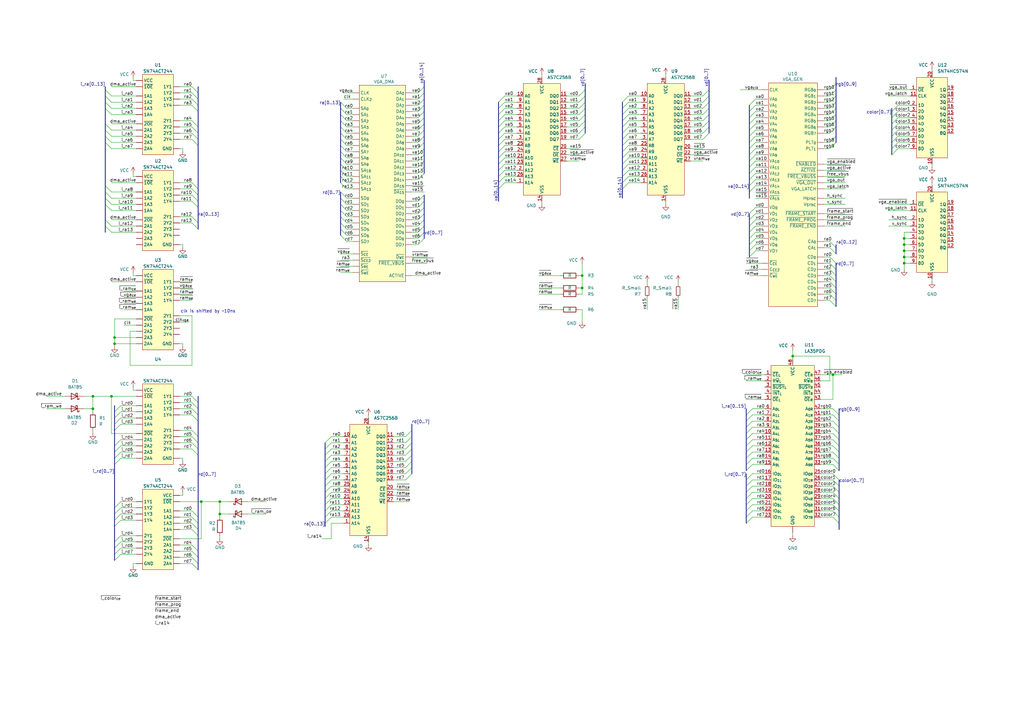
<source format=kicad_sch>
(kicad_sch (version 20231120) (generator "eeschema") (generator_version "8.0")
  (paper "A3")
  (junction (at 325.12 146.05))
  (junction (at 46.99 140.97))
  (junction (at 238.76 113.03))
  (junction (at 90.17 210.82))
  (junction (at 370.84 107.95))
  (junction (at 341.63 153.67))
  (junction (at 46.99 138.43))
  (junction (at 370.84 97.79))
  (junction (at 38.1 162.56))
  (junction (at 370.84 100.33))
  (junction (at 90.17 205.74))
  (junction (at 38.1 167.64))
  (junction (at 45.72 162.56))
  (junction (at 82.55 205.74))
  (junction (at 238.76 118.11))
  (junction (at 370.84 102.87))
  (junction (at 370.84 105.41))
  (bus_entry (at 307.34 58.42) (size 2.54 -2.54))
  (bus_entry (at 308.61 170.18) (size -2.54 2.54))
  (bus_entry (at 341.63 212.09) (size 2.54 2.54))
  (bus_entry (at 237.49 49.53) (size 2.54 -2.54))
  (bus_entry (at 139.7 44.45) (size 2.54 2.54))
  (bus_entry (at 46.99 173.99) (size 2.54 -2.54))
  (bus_entry (at 309.88 95.25) (size -2.54 2.54))
  (bus_entry (at 78.74 179.07) (size 2.54 2.54))
  (bus_entry (at 309.88 85.09) (size -2.54 2.54))
  (bus_entry (at 46.99 185.42) (size 2.54 -2.54))
  (bus_entry (at 133.35 194.31) (size 2.54 -2.54))
  (bus_entry (at 308.61 182.88) (size -2.54 2.54))
  (bus_entry (at 166.37 179.07) (size 2.54 -2.54))
  (bus_entry (at 288.29 57.15) (size 2.54 -2.54))
  (bus_entry (at 171.45 38.1) (size 2.54 -2.54))
  (bus_entry (at 46.99 190.5) (size 2.54 -2.54))
  (bus_entry (at 43.18 53.34) (size 2.54 2.54))
  (bus_entry (at 307.34 63.5) (size 2.54 -2.54))
  (bus_entry (at 171.45 73.66) (size 2.54 -2.54))
  (bus_entry (at 308.61 207.01) (size -2.54 2.54))
  (bus_entry (at 166.37 184.15) (size 2.54 -2.54))
  (bus_entry (at 341.63 170.18) (size 2.54 2.54))
  (bus_entry (at 139.7 81.28) (size 2.54 2.54))
  (bus_entry (at 257.81 49.53) (size -2.54 2.54))
  (bus_entry (at 257.81 41.91) (size -2.54 2.54))
  (bus_entry (at 46.99 171.45) (size 2.54 -2.54))
  (bus_entry (at 78.74 38.1) (size 2.54 2.54))
  (bus_entry (at 78.74 170.18) (size 2.54 2.54))
  (bus_entry (at 288.29 44.45) (size 2.54 -2.54))
  (bus_entry (at 340.36 58.42) (size 2.54 -2.54))
  (bus_entry (at 133.35 209.55) (size 2.54 -2.54))
  (bus_entry (at 308.61 175.26) (size -2.54 2.54))
  (bus_entry (at 207.01 44.45) (size -2.54 2.54))
  (bus_entry (at 340.36 113.03) (size 2.54 2.54))
  (bus_entry (at 139.7 83.82) (size 2.54 2.54))
  (bus_entry (at 340.36 120.65) (size 2.54 2.54))
  (bus_entry (at 309.88 90.17) (size -2.54 2.54))
  (bus_entry (at 171.45 50.8) (size 2.54 -2.54))
  (bus_entry (at 237.49 41.91) (size 2.54 -2.54))
  (bus_entry (at 43.18 90.17) (size 2.54 2.54))
  (bus_entry (at 368.3 50.8) (size -2.54 2.54))
  (bus_entry (at 43.18 78.74) (size 2.54 2.54))
  (bus_entry (at 78.74 54.61) (size 2.54 2.54))
  (bus_entry (at 139.7 69.85) (size 2.54 2.54))
  (bus_entry (at 78.74 217.17) (size 2.54 2.54))
  (bus_entry (at 139.7 54.61) (size 2.54 2.54))
  (bus_entry (at 171.45 60.96) (size 2.54 -2.54))
  (bus_entry (at 308.61 177.8) (size -2.54 2.54))
  (bus_entry (at 171.45 53.34) (size 2.54 -2.54))
  (bus_entry (at 257.81 44.45) (size -2.54 2.54))
  (bus_entry (at 341.63 209.55) (size 2.54 2.54))
  (bus_entry (at 78.74 40.64) (size 2.54 2.54))
  (bus_entry (at 78.74 88.9) (size 2.54 2.54))
  (bus_entry (at 139.7 64.77) (size 2.54 2.54))
  (bus_entry (at 340.36 54.61) (size 2.54 -2.54))
  (bus_entry (at 257.81 57.15) (size -2.54 2.54))
  (bus_entry (at 139.7 62.23) (size 2.54 2.54))
  (bus_entry (at 43.18 76.2) (size 2.54 2.54))
  (bus_entry (at 237.49 52.07) (size 2.54 -2.54))
  (bus_entry (at 139.7 74.93) (size 2.54 2.54))
  (bus_entry (at 368.3 53.34) (size -2.54 2.54))
  (bus_entry (at 341.63 201.93) (size 2.54 2.54))
  (bus_entry (at 341.63 196.85) (size 2.54 2.54))
  (bus_entry (at 133.35 201.93) (size 2.54 -2.54))
  (bus_entry (at 308.61 187.96) (size -2.54 2.54))
  (bus_entry (at 257.81 62.23) (size -2.54 2.54))
  (bus_entry (at 139.7 96.52) (size 2.54 2.54))
  (bus_entry (at 171.45 68.58) (size 2.54 -2.54))
  (bus_entry (at 139.7 91.44) (size 2.54 2.54))
  (bus_entry (at 257.81 74.93) (size -2.54 2.54))
  (bus_entry (at 340.36 123.19) (size 2.54 2.54))
  (bus_entry (at 166.37 194.31) (size 2.54 -2.54))
  (bus_entry (at 237.49 46.99) (size 2.54 -2.54))
  (bus_entry (at 78.74 184.15) (size 2.54 2.54))
  (bus_entry (at 257.81 72.39) (size -2.54 2.54))
  (bus_entry (at 237.49 44.45) (size 2.54 -2.54))
  (bus_entry (at 307.34 55.88) (size 2.54 -2.54))
  (bus_entry (at 133.35 189.23) (size 2.54 -2.54))
  (bus_entry (at 207.01 49.53) (size -2.54 2.54))
  (bus_entry (at 171.45 55.88) (size 2.54 -2.54))
  (bus_entry (at 139.7 41.91) (size 2.54 2.54))
  (bus_entry (at 308.61 172.72) (size -2.54 2.54))
  (bus_entry (at 340.36 115.57) (size 2.54 2.54))
  (bus_entry (at 341.63 207.01) (size 2.54 2.54))
  (bus_entry (at 341.63 190.5) (size 2.54 2.54))
  (bus_entry (at 171.45 48.26) (size 2.54 -2.54))
  (bus_entry (at 171.45 100.33) (size 2.54 -2.54))
  (bus_entry (at 139.7 67.31) (size 2.54 2.54))
  (bus_entry (at 308.61 201.93) (size -2.54 2.54))
  (bus_entry (at 257.81 69.85) (size -2.54 2.54))
  (bus_entry (at 288.29 41.91) (size 2.54 -2.54))
  (bus_entry (at 307.34 66.04) (size 2.54 -2.54))
  (bus_entry (at 307.34 71.12) (size 2.54 -2.54))
  (bus_entry (at 207.01 67.31) (size -2.54 2.54))
  (bus_entry (at 46.99 224.79) (size 2.54 -2.54))
  (bus_entry (at 341.63 167.64) (size 2.54 2.54))
  (bus_entry (at 257.81 64.77) (size -2.54 2.54))
  (bus_entry (at 133.35 207.01) (size 2.54 -2.54))
  (bus_entry (at 78.74 212.09) (size 2.54 2.54))
  (bus_entry (at 171.45 95.25) (size 2.54 -2.54))
  (bus_entry (at 171.45 63.5) (size 2.54 -2.54))
  (bus_entry (at 308.61 190.5) (size -2.54 2.54))
  (bus_entry (at 43.18 50.8) (size 2.54 2.54))
  (bus_entry (at 207.01 74.93) (size -2.54 2.54))
  (bus_entry (at 257.81 54.61) (size -2.54 2.54))
  (bus_entry (at 341.63 199.39) (size 2.54 2.54))
  (bus_entry (at 139.7 49.53) (size 2.54 2.54))
  (bus_entry (at 340.36 49.53) (size 2.54 -2.54))
  (bus_entry (at 368.3 45.72) (size -2.54 2.54))
  (bus_entry (at 288.29 39.37) (size 2.54 -2.54))
  (bus_entry (at 207.01 46.99) (size -2.54 2.54))
  (bus_entry (at 46.99 213.36) (size 2.54 -2.54))
  (bus_entry (at 133.35 214.63) (size 2.54 -2.54))
  (bus_entry (at 46.99 168.91) (size 2.54 -2.54))
  (bus_entry (at 368.3 58.42) (size -2.54 2.54))
  (bus_entry (at 207.01 57.15) (size -2.54 2.54))
  (bus_entry (at 307.34 73.66) (size 2.54 -2.54))
  (bus_entry (at 308.61 167.64) (size -2.54 2.54))
  (bus_entry (at 43.18 92.71) (size 2.54 2.54))
  (bus_entry (at 257.81 46.99) (size -2.54 2.54))
  (bus_entry (at 307.34 45.72) (size 2.54 -2.54))
  (bus_entry (at 308.61 180.34) (size -2.54 2.54))
  (bus_entry (at 139.7 78.74) (size 2.54 2.54))
  (bus_entry (at 78.74 165.1) (size 2.54 2.54))
  (bus_entry (at 78.74 231.14) (size 2.54 2.54))
  (bus_entry (at 340.36 101.6) (size 2.54 2.54))
  (bus_entry (at 166.37 181.61) (size 2.54 -2.54))
  (bus_entry (at 309.88 87.63) (size -2.54 2.54))
  (bus_entry (at 309.88 102.87) (size -2.54 2.54))
  (bus_entry (at 171.45 43.18) (size 2.54 -2.54))
  (bus_entry (at 78.74 52.07) (size 2.54 2.54))
  (bus_entry (at 166.37 191.77) (size 2.54 -2.54))
  (bus_entry (at 133.35 184.15) (size 2.54 -2.54))
  (bus_entry (at 171.45 92.71) (size 2.54 -2.54))
  (bus_entry (at 340.36 52.07) (size 2.54 -2.54))
  (bus_entry (at 139.7 46.99) (size 2.54 2.54))
  (bus_entry (at 341.63 187.96) (size 2.54 2.54))
  (bus_entry (at 237.49 57.15) (size 2.54 -2.54))
  (bus_entry (at 139.7 72.39) (size 2.54 2.54))
  (bus_entry (at 139.7 57.15) (size 2.54 2.54))
  (bus_entry (at 43.18 41.91) (size 2.54 2.54))
  (bus_entry (at 257.81 59.69) (size -2.54 2.54))
  (bus_entry (at 139.7 88.9) (size 2.54 2.54))
  (bus_entry (at 207.01 41.91) (size -2.54 2.54))
  (bus_entry (at 133.35 196.85) (size 2.54 -2.54))
  (bus_entry (at 257.81 67.31) (size -2.54 2.54))
  (bus_entry (at 139.7 52.07) (size 2.54 2.54))
  (bus_entry (at 340.36 110.49) (size 2.54 2.54))
  (bus_entry (at 171.45 87.63) (size 2.54 -2.54))
  (bus_entry (at 43.18 44.45) (size 2.54 2.54))
  (bus_entry (at 341.63 180.34) (size 2.54 2.54))
  (bus_entry (at 368.3 48.26) (size -2.54 2.54))
  (bus_entry (at 340.36 44.45) (size 2.54 -2.54))
  (bus_entry (at 308.61 212.09) (size -2.54 2.54))
  (bus_entry (at 46.99 215.9) (size 2.54 -2.54))
  (bus_entry (at 340.36 60.96) (size 2.54 -2.54))
  (bus_entry (at 43.18 81.28) (size 2.54 2.54))
  (bus_entry (at 139.7 93.98) (size 2.54 2.54))
  (bus_entry (at 46.99 229.87) (size 2.54 -2.54))
  (bus_entry (at 46.99 176.53) (size 2.54 -2.54))
  (bus_entry (at 78.74 209.55) (size 2.54 2.54))
  (bus_entry (at 78.74 43.18) (size 2.54 2.54))
  (bus_entry (at 171.45 66.04) (size 2.54 -2.54))
  (bus_entry (at 133.35 212.09) (size 2.54 -2.54))
  (bus_entry (at 78.74 181.61) (size 2.54 2.54))
  (bus_entry (at 43.18 55.88) (size 2.54 2.54))
  (bus_entry (at 341.63 182.88) (size 2.54 2.54))
  (bus_entry (at 78.74 223.52) (size 2.54 2.54))
  (bus_entry (at 288.29 52.07) (size 2.54 -2.54))
  (bus_entry (at 171.45 45.72) (size 2.54 -2.54))
  (bus_entry (at 133.35 181.61) (size 2.54 -2.54))
  (bus_entry (at 288.29 49.53) (size 2.54 -2.54))
  (bus_entry (at 308.61 194.31) (size -2.54 2.54))
  (bus_entry (at 43.18 39.37) (size 2.54 2.54))
  (bus_entry (at 78.74 77.47) (size 2.54 2.54))
  (bus_entry (at 207.01 64.77) (size -2.54 2.54))
  (bus_entry (at 166.37 186.69) (size 2.54 -2.54))
  (bus_entry (at 341.63 194.31) (size 2.54 2.54))
  (bus_entry (at 341.63 177.8) (size 2.54 2.54))
  (bus_entry (at 368.3 55.88) (size -2.54 2.54))
  (bus_entry (at 78.74 49.53) (size 2.54 2.54))
  (bus_entry (at 307.34 43.18) (size 2.54 -2.54))
  (bus_entry (at 171.45 90.17) (size 2.54 -2.54))
  (bus_entry (at 139.7 59.69) (size 2.54 2.54))
  (bus_entry (at 78.74 226.06) (size 2.54 2.54))
  (bus_entry (at 307.34 53.34) (size 2.54 -2.54))
  (bus_entry (at 307.34 76.2) (size 2.54 -2.54))
  (bus_entry (at 368.3 60.96) (size -2.54 2.54))
  (bus_entry (at 133.35 186.69) (size 2.54 -2.54))
  (bus_entry (at 207.01 39.37) (size -2.54 2.54))
  (bus_entry (at 368.3 43.18) (size -2.54 2.54))
  (bus_entry (at 309.88 92.71) (size -2.54 2.54))
  (bus_entry (at 207.01 62.23) (size -2.54 2.54))
  (bus_entry (at 207.01 69.85) (size -2.54 2.54))
  (bus_entry (at 171.45 71.12) (size 2.54 -2.54))
  (bus_entry (at 341.63 185.42) (size 2.54 2.54))
  (bus_entry (at 307.34 48.26) (size 2.54 -2.54))
  (bus_entry (at 43.18 83.82) (size 2.54 2.54))
  (bus_entry (at 78.74 167.64) (size 2.54 2.54))
  (bus_entry (at 78.74 176.53) (size 2.54 2.54))
  (bus_entry (at 43.18 58.42) (size 2.54 2.54))
  (bus_entry (at 171.45 40.64) (size 2.54 -2.54))
  (bus_entry (at 340.36 36.83) (size 2.54 -2.54))
  (bus_entry (at 309.88 100.33) (size -2.54 2.54))
  (bus_entry (at 46.99 222.25) (size 2.54 -2.54))
  (bus_entry (at 133.35 191.77) (size 2.54 -2.54))
  (bus_entry (at 340.36 118.11) (size 2.54 2.54))
  (bus_entry (at 78.74 74.93) (size 2.54 2.54))
  (bus_entry (at 171.45 97.79) (size 2.54 -2.54))
  (bus_entry (at 308.61 196.85) (size -2.54 2.54))
  (bus_entry (at 340.36 39.37) (size 2.54 -2.54))
  (bus_entry (at 78.74 162.56) (size 2.54 2.54))
  (bus_entry (at 207.01 54.61) (size -2.54 2.54))
  (bus_entry (at 288.29 46.99) (size 2.54 -2.54))
  (bus_entry (at 237.49 39.37) (size 2.54 -2.54))
  (bus_entry (at 340.36 99.06) (size 2.54 2.54))
  (bus_entry (at 78.74 57.15) (size 2.54 2.54))
  (bus_entry (at 166.37 196.85) (size 2.54 -2.54))
  (bus_entry (at 257.81 52.07) (size -2.54 2.54))
  (bus_entry (at 207.01 72.39) (size -2.54 2.54))
  (bus_entry (at 133.35 199.39) (size 2.54 -2.54))
  (bus_entry (at 171.45 58.42) (size 2.54 -2.54))
  (bus_entry (at 309.88 97.79) (size -2.54 2.54))
  (bus_entry (at 341.63 204.47) (size 2.54 2.54))
  (bus_entry (at 46.99 210.82) (size 2.54 -2.54))
  (bus_entry (at 46.99 208.28) (size 2.54 -2.54))
  (bus_entry (at 288.29 54.61) (size 2.54 -2.54))
  (bus_entry (at 78.74 228.6) (size 2.54 2.54))
  (bus_entry (at 307.34 78.74) (size 2.54 -2.54))
  (bus_entry (at 340.36 105.41) (size 2.54 2.54))
  (bus_entry (at 340.36 46.99) (size 2.54 -2.54))
  (bus_entry (at 340.36 107.95) (size 2.54 2.54))
  (bus_entry (at 308.61 185.42) (size -2.54 2.54))
  (bus_entry (at 133.35 204.47) (size 2.54 -2.54))
  (bus_entry (at 340.36 41.91) (size 2.54 -2.54))
  (bus_entry (at 78.74 82.55) (size 2.54 2.54))
  (bus_entry (at 171.45 85.09) (size 2.54 -2.54))
  (bus_entry (at 307.34 50.8) (size 2.54 -2.54))
  (bus_entry (at 341.63 175.26) (size 2.54 2.54))
  (bus_entry (at 307.34 68.58) (size 2.54 -2.54))
  (bus_entry (at 78.74 214.63) (size 2.54 2.54))
  (bus_entry (at 341.63 172.72) (size 2.54 2.54))
  (bus_entry (at 46.99 187.96) (size 2.54 -2.54))
  (bus_entry (at 207.01 52.07) (size -2.54 2.54))
  (bus_entry (at 257.81 39.37) (size -2.54 2.54))
  (bus_entry (at 237.49 54.61) (size 2.54 -2.54))
  (bus_entry (at 46.99 227.33) (size 2.54 -2.54))
  (bus_entry (at 78.74 35.56) (size 2.54 2.54))
  (bus_entry (at 166.37 189.23) (size 2.54 -2.54))
  (bus_entry (at 308.61 204.47) (size -2.54 2.54))
  (bus_entry (at 171.45 82.55) (size 2.54 -2.54))
  (bus_entry (at 308.61 199.39) (size -2.54 2.54))
  (bus_entry (at 207.01 59.69) (size -2.54 2.54))
  (bus_entry (at 307.34 60.96) (size 2.54 -2.54))
  (bus_entry (at 308.61 209.55) (size -2.54 2.54))
  (bus_entry (at 139.7 86.36) (size 2.54 2.54))
  (bus_entry (at 78.74 91.44) (size 2.54 2.54))
  (bus_entry (at 46.99 182.88) (size 2.54 -2.54))
  (bus_entry (at 43.18 36.83) (size 2.54 2.54))
  (bus_entry (at 78.74 80.01) (size 2.54 2.54))
  (wire (pts (xy 142.24 99.06) (xy 144.78 99.06)))
  (wire (pts (xy 232.41 60.96) (xy 237.49 60.96)))
  (bus (pts (xy 365.76 45.72) (xy 365.76 48.26)))
  (wire (pts (xy 90.17 219.71) (xy 90.17 220.98)))
  (wire (pts (xy 45.72 86.36) (xy 55.88 86.36)))
  (bus (pts (xy 81.28 219.71) (xy 81.28 226.06)))
  (wire (pts (xy 45.72 78.74) (xy 55.88 78.74)))
  (wire (pts (xy 337.82 115.57) (xy 340.36 115.57)))
  (wire (pts (xy 309.88 92.71) (xy 312.42 92.71)))
  (bus (pts (xy 133.35 191.77) (xy 133.35 194.31)))
  (bus (pts (xy 43.18 58.42) (xy 43.18 76.2)))
  (wire (pts (xy 34.29 162.56) (xy 38.1 162.56)))
  (bus (pts (xy 342.9 123.19) (xy 342.9 125.73)))
  (bus (pts (xy 133.35 214.63) (xy 133.35 215.9)))
  (wire (pts (xy 78.74 231.14) (xy 73.66 231.14)))
  (wire (pts (xy 74.93 201.93) (xy 74.93 203.2)))
  (wire (pts (xy 168.91 50.8) (xy 171.45 50.8)))
  (wire (pts (xy 336.55 212.09) (xy 341.63 212.09)))
  (wire (pts (xy 49.53 185.42) (xy 55.88 185.42)))
  (bus (pts (xy 81.28 77.47) (xy 81.28 80.01)))
  (bus (pts (xy 307.34 73.66) (xy 307.34 76.2)))
  (wire (pts (xy 55.88 127) (xy 50.8 127)))
  (wire (pts (xy 222.25 30.48) (xy 222.25 31.75)))
  (wire (pts (xy 142.24 64.77) (xy 144.78 64.77)))
  (wire (pts (xy 337.82 54.61) (xy 340.36 54.61)))
  (bus (pts (xy 342.9 110.49) (xy 342.9 113.03)))
  (bus (pts (xy 43.18 92.71) (xy 43.18 95.25)))
  (wire (pts (xy 308.61 212.09) (xy 313.69 212.09)))
  (wire (pts (xy 283.21 39.37) (xy 288.29 39.37)))
  (bus (pts (xy 342.9 34.29) (xy 342.9 36.83)))
  (wire (pts (xy 370.84 107.95) (xy 373.38 107.95)))
  (bus (pts (xy 173.99 38.1) (xy 173.99 40.64)))
  (wire (pts (xy 207.01 72.39) (xy 212.09 72.39)))
  (bus (pts (xy 255.27 59.69) (xy 255.27 62.23)))
  (wire (pts (xy 46.99 138.43) (xy 55.88 138.43)))
  (wire (pts (xy 336.55 185.42) (xy 341.63 185.42)))
  (wire (pts (xy 337.82 46.99) (xy 340.36 46.99)))
  (wire (pts (xy 135.89 186.69) (xy 140.97 186.69)))
  (wire (pts (xy 368.3 45.72) (xy 373.38 45.72)))
  (wire (pts (xy 45.72 95.25) (xy 55.88 95.25)))
  (wire (pts (xy 168.91 97.79) (xy 171.45 97.79)))
  (bus (pts (xy 139.7 54.61) (xy 139.7 57.15)))
  (wire (pts (xy 337.82 36.83) (xy 340.36 36.83)))
  (wire (pts (xy 78.74 57.15) (xy 73.66 57.15)))
  (wire (pts (xy 78.74 209.55) (xy 73.66 209.55)))
  (bus (pts (xy 342.9 120.65) (xy 342.9 123.19)))
  (wire (pts (xy 53.34 135.89) (xy 53.34 149.86)))
  (wire (pts (xy 220.98 113.03) (xy 229.87 113.03)))
  (wire (pts (xy 309.88 45.72) (xy 312.42 45.72)))
  (wire (pts (xy 142.24 91.44) (xy 144.78 91.44)))
  (bus (pts (xy 344.17 212.09) (xy 344.17 214.63)))
  (wire (pts (xy 78.74 228.6) (xy 73.66 228.6)))
  (bus (pts (xy 342.9 115.57) (xy 342.9 118.11)))
  (wire (pts (xy 142.24 52.07) (xy 144.78 52.07)))
  (wire (pts (xy 364.49 90.17) (xy 373.38 90.17)))
  (wire (pts (xy 207.01 62.23) (xy 212.09 62.23)))
  (bus (pts (xy 307.34 97.79) (xy 307.34 100.33)))
  (bus (pts (xy 306.07 177.8) (xy 306.07 180.34)))
  (wire (pts (xy 54.61 160.02) (xy 55.88 160.02)))
  (bus (pts (xy 290.83 41.91) (xy 290.83 44.45)))
  (bus (pts (xy 290.83 36.83) (xy 290.83 39.37)))
  (wire (pts (xy 45.72 46.99) (xy 55.88 46.99)))
  (wire (pts (xy 45.72 81.28) (xy 55.88 81.28)))
  (wire (pts (xy 207.01 39.37) (xy 212.09 39.37)))
  (bus (pts (xy 81.28 231.14) (xy 81.28 233.68)))
  (wire (pts (xy 168.91 60.96) (xy 171.45 60.96)))
  (bus (pts (xy 139.7 93.98) (xy 139.7 96.52)))
  (wire (pts (xy 45.72 35.56) (xy 55.88 35.56)))
  (bus (pts (xy 342.9 49.53) (xy 342.9 52.07)))
  (wire (pts (xy 78.74 179.07) (xy 73.66 179.07)))
  (bus (pts (xy 255.27 72.39) (xy 255.27 74.93)))
  (wire (pts (xy 161.29 181.61) (xy 166.37 181.61)))
  (bus (pts (xy 43.18 39.37) (xy 43.18 41.91)))
  (wire (pts (xy 78.74 170.18) (xy 73.66 170.18)))
  (wire (pts (xy 336.55 170.18) (xy 341.63 170.18)))
  (wire (pts (xy 45.72 74.93) (xy 55.88 74.93)))
  (bus (pts (xy 81.28 59.69) (xy 81.28 77.47)))
  (bus (pts (xy 204.47 49.53) (xy 204.47 52.07)))
  (bus (pts (xy 173.99 60.96) (xy 173.99 63.5)))
  (wire (pts (xy 309.88 40.64) (xy 312.42 40.64)))
  (wire (pts (xy 308.61 175.26) (xy 313.69 175.26)))
  (bus (pts (xy 240.03 41.91) (xy 240.03 44.45)))
  (wire (pts (xy 309.88 87.63) (xy 312.42 87.63)))
  (wire (pts (xy 303.53 36.83) (xy 312.42 36.83)))
  (wire (pts (xy 306.07 107.95) (xy 312.42 107.95)))
  (wire (pts (xy 168.91 73.66) (xy 171.45 73.66)))
  (wire (pts (xy 336.55 209.55) (xy 341.63 209.55)))
  (wire (pts (xy 90.17 210.82) (xy 90.17 212.09)))
  (wire (pts (xy 309.88 81.28) (xy 312.42 81.28)))
  (wire (pts (xy 306.07 163.83) (xy 313.69 163.83)))
  (bus (pts (xy 46.99 224.79) (xy 46.99 227.33)))
  (bus (pts (xy 81.28 179.07) (xy 81.28 181.61)))
  (bus (pts (xy 139.7 46.99) (xy 139.7 49.53)))
  (wire (pts (xy 309.88 48.26) (xy 312.42 48.26)))
  (bus (pts (xy 344.17 175.26) (xy 344.17 177.8)))
  (bus (pts (xy 204.47 59.69) (xy 204.47 62.23)))
  (bus (pts (xy 81.28 82.55) (xy 81.28 85.09)))
  (wire (pts (xy 142.24 44.45) (xy 144.78 44.45)))
  (wire (pts (xy 207.01 54.61) (xy 212.09 54.61)))
  (wire (pts (xy 142.24 77.47) (xy 144.78 77.47)))
  (wire (pts (xy 364.49 92.71) (xy 373.38 92.71)))
  (bus (pts (xy 307.34 63.5) (xy 307.34 66.04)))
  (bus (pts (xy 306.07 201.93) (xy 306.07 204.47)))
  (wire (pts (xy 78.74 40.64) (xy 73.66 40.64)))
  (wire (pts (xy 49.53 210.82) (xy 55.88 210.82)))
  (bus (pts (xy 344.17 209.55) (xy 344.17 212.09)))
  (wire (pts (xy 382.27 74.93) (xy 382.27 76.2)))
  (bus (pts (xy 168.91 191.77) (xy 168.91 194.31)))
  (bus (pts (xy 344.17 172.72) (xy 344.17 175.26)))
  (bus (pts (xy 139.7 86.36) (xy 139.7 88.9)))
  (wire (pts (xy 135.89 181.61) (xy 140.97 181.61)))
  (wire (pts (xy 135.89 204.47) (xy 140.97 204.47)))
  (wire (pts (xy 45.72 50.8) (xy 55.88 50.8)))
  (bus (pts (xy 306.07 212.09) (xy 306.07 214.63)))
  (bus (pts (xy 133.35 184.15) (xy 133.35 186.69)))
  (wire (pts (xy 232.41 63.5) (xy 237.49 63.5)))
  (bus (pts (xy 255.27 64.77) (xy 255.27 67.31)))
  (wire (pts (xy 306.07 153.67) (xy 313.69 153.67)))
  (wire (pts (xy 336.55 172.72) (xy 341.63 172.72)))
  (bus (pts (xy 290.83 52.07) (xy 290.83 54.61)))
  (wire (pts (xy 135.89 209.55) (xy 140.97 209.55)))
  (bus (pts (xy 342.9 113.03) (xy 342.9 115.57)))
  (wire (pts (xy 308.61 180.34) (xy 313.69 180.34)))
  (wire (pts (xy 337.82 81.28) (xy 346.71 81.28)))
  (bus (pts (xy 255.27 41.91) (xy 255.27 44.45)))
  (wire (pts (xy 308.61 182.88) (xy 313.69 182.88)))
  (wire (pts (xy 78.74 162.56) (xy 73.66 162.56)))
  (bus (pts (xy 173.99 92.71) (xy 173.99 95.25)))
  (wire (pts (xy 232.41 54.61) (xy 237.49 54.61)))
  (wire (pts (xy 337.82 90.17) (xy 346.71 90.17)))
  (wire (pts (xy 109.22 205.74) (xy 101.6 205.74)))
  (bus (pts (xy 46.99 215.9) (xy 46.99 222.25)))
  (wire (pts (xy 364.49 86.36) (xy 373.38 86.36)))
  (wire (pts (xy 78.74 226.06) (xy 73.66 226.06)))
  (bus (pts (xy 81.28 212.09) (xy 81.28 214.63)))
  (wire (pts (xy 49.53 171.45) (xy 55.88 171.45)))
  (wire (pts (xy 142.24 62.23) (xy 144.78 62.23)))
  (wire (pts (xy 257.81 67.31) (xy 262.89 67.31)))
  (bus (pts (xy 81.28 45.72) (xy 81.28 52.07)))
  (wire (pts (xy 309.88 95.25) (xy 312.42 95.25)))
  (bus (pts (xy 139.7 67.31) (xy 139.7 69.85)))
  (bus (pts (xy 342.9 101.6) (xy 342.9 104.14)))
  (wire (pts (xy 368.3 50.8) (xy 373.38 50.8)))
  (bus (pts (xy 173.99 45.72) (xy 173.99 48.26)))
  (wire (pts (xy 283.21 57.15) (xy 288.29 57.15)))
  (wire (pts (xy 55.88 231.14) (xy 54.61 231.14)))
  (bus (pts (xy 133.35 207.01) (xy 133.35 209.55)))
  (wire (pts (xy 161.29 205.74) (xy 167.64 205.74)))
  (wire (pts (xy 207.01 41.91) (xy 212.09 41.91)))
  (wire (pts (xy 368.3 60.96) (xy 373.38 60.96)))
  (wire (pts (xy 168.91 68.58) (xy 171.45 68.58)))
  (bus (pts (xy 204.47 69.85) (xy 204.47 72.39)))
  (bus (pts (xy 46.99 182.88) (xy 46.99 185.42)))
  (wire (pts (xy 340.36 156.21) (xy 340.36 146.05)))
  (wire (pts (xy 78.74 223.52) (xy 73.66 223.52)))
  (wire (pts (xy 73.66 100.33) (xy 74.93 100.33)))
  (wire (pts (xy 78.74 35.56) (xy 73.66 35.56)))
  (wire (pts (xy 257.81 59.69) (xy 262.89 59.69)))
  (wire (pts (xy 142.24 86.36) (xy 144.78 86.36)))
  (bus (pts (xy 306.07 190.5) (xy 306.07 193.04)))
  (wire (pts (xy 336.55 175.26) (xy 341.63 175.26)))
  (bus (pts (xy 342.9 46.99) (xy 342.9 49.53)))
  (wire (pts (xy 336.55 182.88) (xy 341.63 182.88)))
  (bus (pts (xy 240.03 46.99) (xy 240.03 49.53)))
  (wire (pts (xy 337.82 120.65) (xy 340.36 120.65)))
  (bus (pts (xy 81.28 172.72) (xy 81.28 179.07)))
  (bus (pts (xy 133.35 209.55) (xy 133.35 212.09)))
  (bus (pts (xy 81.28 165.1) (xy 81.28 167.64)))
  (wire (pts (xy 308.61 190.5) (xy 313.69 190.5)))
  (wire (pts (xy 337.82 101.6) (xy 340.36 101.6)))
  (wire (pts (xy 161.29 203.2) (xy 167.64 203.2)))
  (wire (pts (xy 278.13 115.57) (xy 278.13 116.84)))
  (wire (pts (xy 38.1 162.56) (xy 38.1 167.64)))
  (wire (pts (xy 73.66 140.97) (xy 74.93 140.97)))
  (wire (pts (xy 45.72 39.37) (xy 55.88 39.37)))
  (bus (pts (xy 133.35 204.47) (xy 133.35 207.01)))
  (bus (pts (xy 133.35 194.31) (xy 133.35 196.85)))
  (bus (pts (xy 344.17 196.85) (xy 344.17 199.39)))
  (bus (pts (xy 344.17 177.8) (xy 344.17 180.34)))
  (bus (pts (xy 173.99 43.18) (xy 173.99 45.72)))
  (wire (pts (xy 54.61 111.76) (xy 54.61 113.03)))
  (wire (pts (xy 308.61 204.47) (xy 313.69 204.47)))
  (wire (pts (xy 73.66 118.11) (xy 78.74 118.11)))
  (bus (pts (xy 344.17 167.64) (xy 344.17 170.18)))
  (wire (pts (xy 19.05 162.56) (xy 26.67 162.56)))
  (wire (pts (xy 168.91 38.1) (xy 171.45 38.1)))
  (bus (pts (xy 344.17 187.96) (xy 344.17 190.5)))
  (wire (pts (xy 336.55 180.34) (xy 341.63 180.34)))
  (wire (pts (xy 45.72 60.96) (xy 55.88 60.96)))
  (wire (pts (xy 207.01 46.99) (xy 212.09 46.99)))
  (bus (pts (xy 204.47 62.23) (xy 204.47 64.77)))
  (wire (pts (xy 73.66 187.96) (xy 74.93 187.96)))
  (wire (pts (xy 308.61 194.31) (xy 313.69 194.31)))
  (wire (pts (xy 308.61 196.85) (xy 313.69 196.85)))
  (wire (pts (xy 308.61 170.18) (xy 313.69 170.18)))
  (wire (pts (xy 232.41 46.99) (xy 237.49 46.99)))
  (wire (pts (xy 168.91 53.34) (xy 171.45 53.34)))
  (wire (pts (xy 135.89 191.77) (xy 140.97 191.77)))
  (wire (pts (xy 309.88 73.66) (xy 312.42 73.66)))
  (wire (pts (xy 78.74 181.61) (xy 73.66 181.61)))
  (wire (pts (xy 257.81 41.91) (xy 262.89 41.91)))
  (bus (pts (xy 133.35 186.69) (xy 133.35 189.23)))
  (bus (pts (xy 168.91 189.23) (xy 168.91 191.77)))
  (wire (pts (xy 309.88 66.04) (xy 312.42 66.04)))
  (wire (pts (xy 308.61 172.72) (xy 313.69 172.72)))
  (wire (pts (xy 54.61 158.75) (xy 54.61 160.02)))
  (bus (pts (xy 139.7 78.74) (xy 139.7 81.28)))
  (bus (pts (xy 46.99 166.37) (xy 46.99 168.91)))
  (bus (pts (xy 290.83 49.53) (xy 290.83 52.07)))
  (bus (pts (xy 81.28 38.1) (xy 81.28 40.64)))
  (wire (pts (xy 142.24 69.85) (xy 144.78 69.85)))
  (bus (pts (xy 81.28 80.01) (xy 81.28 82.55)))
  (wire (pts (xy 78.74 214.63) (xy 73.66 214.63)))
  (wire (pts (xy 135.89 184.15) (xy 140.97 184.15)))
  (bus (pts (xy 307.34 48.26) (xy 307.34 50.8)))
  (bus (pts (xy 240.03 36.83) (xy 240.03 39.37)))
  (wire (pts (xy 49.53 227.33) (xy 55.88 227.33)))
  (wire (pts (xy 309.88 53.34) (xy 312.42 53.34)))
  (bus (pts (xy 342.9 107.95) (xy 342.9 110.49)))
  (wire (pts (xy 337.82 87.63) (xy 346.71 87.63)))
  (wire (pts (xy 168.91 113.03) (xy 175.26 113.03)))
  (bus (pts (xy 81.28 184.15) (xy 81.28 186.69)))
  (wire (pts (xy 370.84 105.41) (xy 373.38 105.41)))
  (bus (pts (xy 306.07 207.01) (xy 306.07 209.55)))
  (wire (pts (xy 82.55 205.74) (xy 82.55 220.98)))
  (wire (pts (xy 370.84 102.87) (xy 373.38 102.87)))
  (wire (pts (xy 38.1 162.56) (xy 45.72 162.56)))
  (wire (pts (xy 78.74 38.1) (xy 73.66 38.1)))
  (bus (pts (xy 173.99 63.5) (xy 173.99 66.04)))
  (wire (pts (xy 309.88 43.18) (xy 312.42 43.18)))
  (bus (pts (xy 240.03 34.29) (xy 240.03 36.83)))
  (bus (pts (xy 168.91 181.61) (xy 168.91 184.15)))
  (bus (pts (xy 173.99 68.58) (xy 173.99 71.12)))
  (wire (pts (xy 142.24 57.15) (xy 144.78 57.15)))
  (bus (pts (xy 46.99 185.42) (xy 46.99 187.96)))
  (bus (pts (xy 139.7 52.07) (xy 139.7 54.61)))
  (wire (pts (xy 336.55 194.31) (xy 341.63 194.31)))
  (bus (pts (xy 43.18 90.17) (xy 43.18 92.71)))
  (wire (pts (xy 309.88 58.42) (xy 312.42 58.42)))
  (bus (pts (xy 173.99 48.26) (xy 173.99 50.8)))
  (wire (pts (xy 382.27 67.31) (xy 382.27 68.58)))
  (wire (pts (xy 139.7 106.68) (xy 144.78 106.68)))
  (bus (pts (xy 307.34 78.74) (xy 307.34 81.28)))
  (wire (pts (xy 168.91 95.25) (xy 171.45 95.25)))
  (wire (pts (xy 142.24 88.9) (xy 144.78 88.9)))
  (wire (pts (xy 370.84 105.41) (xy 370.84 107.95)))
  (wire (pts (xy 337.82 123.19) (xy 340.36 123.19)))
  (wire (pts (xy 207.01 64.77) (xy 212.09 64.77)))
  (wire (pts (xy 49.53 213.36) (xy 55.88 213.36)))
  (bus (pts (xy 133.35 181.61) (xy 133.35 184.15)))
  (wire (pts (xy 337.82 52.07) (xy 340.36 52.07)))
  (wire (pts (xy 308.61 207.01) (xy 313.69 207.01)))
  (wire (pts (xy 78.74 88.9) (xy 73.66 88.9)))
  (wire (pts (xy 82.55 220.98) (xy 73.66 220.98)))
  (wire (pts (xy 337.82 49.53) (xy 340.36 49.53)))
  (wire (pts (xy 325.12 218.44) (xy 325.12 219.71)))
  (bus (pts (xy 255.27 74.93) (xy 255.27 77.47)))
  (wire (pts (xy 139.7 109.22) (xy 144.78 109.22)))
  (wire (pts (xy 78.74 43.18) (xy 73.66 43.18)))
  (bus (pts (xy 81.28 214.63) (xy 81.28 217.17)))
  (wire (pts (xy 257.81 52.07) (xy 262.89 52.07)))
  (bus (pts (xy 344.17 185.42) (xy 344.17 187.96)))
  (wire (pts (xy 139.7 104.14) (xy 144.78 104.14)))
  (bus (pts (xy 290.83 44.45) (xy 290.83 46.99)))
  (wire (pts (xy 168.91 76.2) (xy 173.99 76.2)))
  (bus (pts (xy 46.99 187.96) (xy 46.99 190.5)))
  (bus (pts (xy 344.17 190.5) (xy 344.17 193.04)))
  (bus (pts (xy 342.9 36.83) (xy 342.9 39.37)))
  (bus (pts (xy 173.99 53.34) (xy 173.99 55.88)))
  (bus (pts (xy 43.18 36.83) (xy 43.18 39.37)))
  (bus (pts (xy 240.03 52.07) (xy 240.03 54.61)))
  (wire (pts (xy 50.8 133.35) (xy 55.88 133.35)))
  (wire (pts (xy 283.21 60.96) (xy 288.29 60.96)))
  (bus (pts (xy 139.7 83.82) (xy 139.7 86.36)))
  (bus (pts (xy 168.91 173.99) (xy 168.91 176.53)))
  (bus (pts (xy 365.76 53.34) (xy 365.76 55.88)))
  (wire (pts (xy 45.72 58.42) (xy 55.88 58.42)))
  (wire (pts (xy 46.99 140.97) (xy 46.99 138.43)))
  (wire (pts (xy 283.21 41.91) (xy 288.29 41.91)))
  (wire (pts (xy 161.29 196.85) (xy 166.37 196.85)))
  (wire (pts (xy 78.74 212.09) (xy 73.66 212.09)))
  (wire (pts (xy 337.82 58.42) (xy 340.36 58.42)))
  (wire (pts (xy 207.01 67.31) (xy 212.09 67.31)))
  (wire (pts (xy 308.61 187.96) (xy 313.69 187.96)))
  (wire (pts (xy 370.84 95.25) (xy 370.84 97.79)))
  (wire (pts (xy 370.84 100.33) (xy 373.38 100.33)))
  (wire (pts (xy 232.41 66.04) (xy 237.49 66.04)))
  (wire (pts (xy 142.24 67.31) (xy 144.78 67.31)))
  (wire (pts (xy 283.21 49.53) (xy 288.29 49.53)))
  (bus (pts (xy 344.17 207.01) (xy 344.17 209.55)))
  (wire (pts (xy 283.21 44.45) (xy 288.29 44.45)))
  (wire (pts (xy 340.36 146.05) (xy 325.12 146.05)))
  (bus (pts (xy 255.27 52.07) (xy 255.27 54.61)))
  (bus (pts (xy 173.99 55.88) (xy 173.99 58.42)))
  (wire (pts (xy 273.05 30.48) (xy 273.05 31.75)))
  (bus (pts (xy 306.07 194.31) (xy 306.07 196.85)))
  (bus (pts (xy 306.07 175.26) (xy 306.07 177.8)))
  (bus (pts (xy 204.47 52.07) (xy 204.47 54.61)))
  (wire (pts (xy 161.29 179.07) (xy 166.37 179.07)))
  (wire (pts (xy 161.29 200.66) (xy 167.64 200.66)))
  (wire (pts (xy 257.81 62.23) (xy 262.89 62.23)))
  (wire (pts (xy 309.88 55.88) (xy 312.42 55.88)))
  (wire (pts (xy 168.91 45.72) (xy 171.45 45.72)))
  (wire (pts (xy 232.41 52.07) (xy 237.49 52.07)))
  (bus (pts (xy 204.47 67.31) (xy 204.47 69.85)))
  (wire (pts (xy 135.89 199.39) (xy 140.97 199.39)))
  (bus (pts (xy 81.28 54.61) (xy 81.28 57.15)))
  (wire (pts (xy 55.88 121.92) (xy 50.8 121.92)))
  (wire (pts (xy 109.22 210.82) (xy 101.6 210.82)))
  (bus (pts (xy 306.07 182.88) (xy 306.07 185.42)))
  (wire (pts (xy 46.99 142.24) (xy 46.99 140.97)))
  (bus (pts (xy 344.17 199.39) (xy 344.17 201.93)))
  (wire (pts (xy 368.3 48.26) (xy 373.38 48.26)))
  (wire (pts (xy 238.76 118.11) (xy 238.76 120.65)))
  (bus (pts (xy 307.34 92.71) (xy 307.34 95.25)))
  (wire (pts (xy 55.88 119.38) (xy 50.8 119.38)))
  (bus (pts (xy 81.28 167.64) (xy 81.28 170.18)))
  (bus (pts (xy 204.47 72.39) (xy 204.47 74.93)))
  (wire (pts (xy 336.55 196.85) (xy 341.63 196.85)))
  (wire (pts (xy 238.76 113.03) (xy 238.76 118.11)))
  (wire (pts (xy 168.91 66.04) (xy 171.45 66.04)))
  (wire (pts (xy 142.24 81.28) (xy 144.78 81.28)))
  (wire (pts (xy 308.61 209.55) (xy 313.69 209.55)))
  (wire (pts (xy 309.88 60.96) (xy 312.42 60.96)))
  (bus (pts (xy 139.7 57.15) (xy 139.7 59.69)))
  (bus (pts (xy 139.7 64.77) (xy 139.7 67.31)))
  (wire (pts (xy 135.89 212.09) (xy 140.97 212.09)))
  (bus (pts (xy 173.99 85.09) (xy 173.99 87.63)))
  (wire (pts (xy 54.61 31.75) (xy 54.61 33.02)))
  (wire (pts (xy 237.49 120.65) (xy 238.76 120.65)))
  (wire (pts (xy 49.53 187.96) (xy 55.88 187.96)))
  (bus (pts (xy 43.18 41.91) (xy 43.18 44.45)))
  (wire (pts (xy 309.88 78.74) (xy 312.42 78.74)))
  (wire (pts (xy 207.01 59.69) (xy 212.09 59.69)))
  (wire (pts (xy 161.29 184.15) (xy 166.37 184.15)))
  (wire (pts (xy 257.81 69.85) (xy 262.89 69.85)))
  (bus (pts (xy 342.9 31.75) (xy 342.9 34.29)))
  (bus (pts (xy 307.34 87.63) (xy 307.34 90.17)))
  (wire (pts (xy 78.74 54.61) (xy 73.66 54.61)))
  (bus (pts (xy 133.35 199.39) (xy 133.35 201.93)))
  (bus (pts (xy 173.99 35.56) (xy 173.99 38.1)))
  (bus (pts (xy 81.28 162.56) (xy 81.28 165.1)))
  (wire (pts (xy 38.1 167.64) (xy 38.1 168.91)))
  (wire (pts (xy 265.43 121.92) (xy 265.43 127)))
  (wire (pts (xy 168.91 40.64) (xy 171.45 40.64)))
  (wire (pts (xy 220.98 127) (xy 229.87 127)))
  (wire (pts (xy 45.72 90.17) (xy 55.88 90.17)))
  (wire (pts (xy 78.74 167.64) (xy 73.66 167.64)))
  (bus (pts (xy 46.99 176.53) (xy 46.99 182.88)))
  (wire (pts (xy 168.91 82.55) (xy 171.45 82.55)))
  (wire (pts (xy 337.82 41.91) (xy 340.36 41.91)))
  (wire (pts (xy 135.89 220.98) (xy 135.89 214.63)))
  (wire (pts (xy 336.55 163.83) (xy 341.63 163.83)))
  (wire (pts (xy 309.88 50.8) (xy 312.42 50.8)))
  (bus (pts (xy 168.91 179.07) (xy 168.91 181.61)))
  (bus (pts (xy 306.07 167.64) (xy 306.07 170.18)))
  (wire (pts (xy 142.24 49.53) (xy 144.78 49.53)))
  (bus (pts (xy 133.35 212.09) (xy 133.35 214.63)))
  (bus (pts (xy 344.17 180.34) (xy 344.17 182.88)))
  (wire (pts (xy 135.89 196.85) (xy 140.97 196.85)))
  (wire (pts (xy 78.74 217.17) (xy 73.66 217.17)))
  (wire (pts (xy 45.72 53.34) (xy 55.88 53.34)))
  (wire (pts (xy 73.66 205.74) (xy 82.55 205.74)))
  (bus (pts (xy 344.17 204.47) (xy 344.17 207.01)))
  (wire (pts (xy 142.24 93.98) (xy 144.78 93.98)))
  (wire (pts (xy 222.25 82.55) (xy 222.25 83.82)))
  (bus (pts (xy 307.34 50.8) (xy 307.34 53.34)))
  (wire (pts (xy 73.66 60.96) (xy 74.93 60.96)))
  (bus (pts (xy 46.99 210.82) (xy 46.99 213.36)))
  (bus (pts (xy 255.27 49.53) (xy 255.27 52.07)))
  (wire (pts (xy 337.82 77.47) (xy 346.71 77.47)))
  (bus (pts (xy 306.07 196.85) (xy 306.07 199.39)))
  (wire (pts (xy 257.81 49.53) (xy 262.89 49.53)))
  (wire (pts (xy 78.74 52.07) (xy 73.66 52.07)))
  (wire (pts (xy 78.74 176.53) (xy 73.66 176.53)))
  (bus (pts (xy 168.91 184.15) (xy 168.91 186.69)))
  (wire (pts (xy 278.13 121.92) (xy 278.13 127)))
  (wire (pts (xy 370.84 100.33) (xy 370.84 102.87)))
  (bus (pts (xy 204.47 77.47) (xy 204.47 82.55)))
  (wire (pts (xy 336.55 199.39) (xy 341.63 199.39)))
  (bus (pts (xy 173.99 95.25) (xy 173.99 97.79)))
  (wire (pts (xy 220.98 118.11) (xy 229.87 118.11)))
  (wire (pts (xy 232.41 41.91) (xy 237.49 41.91)))
  (wire (pts (xy 73.66 115.57) (xy 78.74 115.57)))
  (wire (pts (xy 53.34 149.86) (xy 78.74 149.86)))
  (wire (pts (xy 49.53 224.79) (xy 55.88 224.79)))
  (bus (pts (xy 255.27 54.61) (xy 255.27 57.15)))
  (bus (pts (xy 240.03 39.37) (xy 240.03 41.91)))
  (bus (pts (xy 81.28 52.07) (xy 81.28 54.61)))
  (wire (pts (xy 307.34 113.03) (xy 312.42 113.03)))
  (wire (pts (xy 309.88 85.09) (xy 312.42 85.09)))
  (wire (pts (xy 45.72 92.71) (xy 55.88 92.71)))
  (wire (pts (xy 140.97 38.1) (xy 144.78 38.1)))
  (wire (pts (xy 49.53 180.34) (xy 55.88 180.34)))
  (wire (pts (xy 336.55 153.67) (xy 341.63 153.67)))
  (bus (pts (xy 173.99 80.01) (xy 173.99 82.55)))
  (bus (pts (xy 365.76 44.45) (xy 365.76 45.72)))
  (bus (pts (xy 139.7 41.91) (xy 139.7 44.45)))
  (bus (pts (xy 240.03 49.53) (xy 240.03 52.07)))
  (wire (pts (xy 168.91 90.17) (xy 171.45 90.17)))
  (bus (pts (xy 342.9 118.11) (xy 342.9 120.65)))
  (wire (pts (xy 49.53 222.25) (xy 55.88 222.25)))
  (wire (pts (xy 168.91 100.33) (xy 171.45 100.33)))
  (bus (pts (xy 307.34 43.18) (xy 307.34 45.72)))
  (wire (pts (xy 368.3 58.42) (xy 373.38 58.42)))
  (wire (pts (xy 207.01 57.15) (xy 212.09 57.15)))
  (bus (pts (xy 307.34 100.33) (xy 307.34 102.87)))
  (wire (pts (xy 273.05 82.55) (xy 273.05 83.82)))
  (wire (pts (xy 237.49 118.11) (xy 238.76 118.11)))
  (wire (pts (xy 139.7 111.76) (xy 144.78 111.76)))
  (wire (pts (xy 337.82 44.45) (xy 340.36 44.45)))
  (bus (pts (xy 46.99 222.25) (xy 46.99 224.79)))
  (bus (pts (xy 43.18 83.82) (xy 43.18 90.17)))
  (wire (pts (xy 93.98 210.82) (xy 90.17 210.82)))
  (bus (pts (xy 307.34 60.96) (xy 307.34 63.5)))
  (wire (pts (xy 337.82 67.31) (xy 346.71 67.31)))
  (wire (pts (xy 364.49 36.83) (xy 373.38 36.83)))
  (wire (pts (xy 73.66 120.65) (xy 78.74 120.65)))
  (wire (pts (xy 142.24 54.61) (xy 144.78 54.61)))
  (wire (pts (xy 151.13 222.25) (xy 151.13 223.52)))
  (wire (pts (xy 283.21 52.07) (xy 288.29 52.07)))
  (wire (pts (xy 46.99 130.81) (xy 55.88 130.81)))
  (wire (pts (xy 168.91 48.26) (xy 171.45 48.26)))
  (bus (pts (xy 43.18 76.2) (xy 43.18 78.74)))
  (wire (pts (xy 142.24 59.69) (xy 144.78 59.69)))
  (bus (pts (xy 139.7 59.69) (xy 139.7 62.23)))
  (wire (pts (xy 370.84 97.79) (xy 373.38 97.79)))
  (bus (pts (xy 342.9 52.07) (xy 342.9 55.88)))
  (wire (pts (xy 55.88 124.46) (xy 50.8 124.46)))
  (wire (pts (xy 325.12 143.51) (xy 325.12 146.05)))
  (wire (pts (xy 161.29 194.31) (xy 166.37 194.31)))
  (bus (pts (xy 255.27 62.23) (xy 255.27 64.77)))
  (bus (pts (xy 344.17 170.18) (xy 344.17 172.72)))
  (wire (pts (xy 168.91 55.88) (xy 171.45 55.88)))
  (bus (pts (xy 133.35 189.23) (xy 133.35 191.77)))
  (wire (pts (xy 34.29 167.64) (xy 38.1 167.64)))
  (wire (pts (xy 142.24 46.99) (xy 144.78 46.99)))
  (wire (pts (xy 49.53 173.99) (xy 55.88 173.99)))
  (wire (pts (xy 19.05 167.64) (xy 26.67 167.64)))
  (wire (pts (xy 308.61 167.64) (xy 313.69 167.64)))
  (wire (pts (xy 78.74 82.55) (xy 73.66 82.55)))
  (bus (pts (xy 290.83 39.37) (xy 290.83 41.91)))
  (wire (pts (xy 142.24 72.39) (xy 144.78 72.39)))
  (bus (pts (xy 307.34 53.34) (xy 307.34 55.88)))
  (bus (pts (xy 46.99 208.28) (xy 46.99 210.82)))
  (wire (pts (xy 45.72 177.8) (xy 55.88 177.8)))
  (wire (pts (xy 54.61 71.12) (xy 54.61 72.39)))
  (wire (pts (xy 370.84 107.95) (xy 370.84 110.49)))
  (bus (pts (xy 133.35 196.85) (xy 133.35 199.39)))
  (wire (pts (xy 207.01 44.45) (xy 212.09 44.45)))
  (wire (pts (xy 151.13 170.18) (xy 151.13 171.45)))
  (wire (pts (xy 232.41 39.37) (xy 237.49 39.37)))
  (wire (pts (xy 168.91 63.5) (xy 171.45 63.5)))
  (bus (pts (xy 173.99 90.17) (xy 173.99 92.71)))
  (wire (pts (xy 341.63 153.67) (xy 345.44 153.67)))
  (wire (pts (xy 368.3 55.88) (xy 373.38 55.88)))
  (bus (pts (xy 81.28 85.09) (xy 81.28 91.44)))
  (wire (pts (xy 370.84 102.87) (xy 370.84 105.41)))
  (wire (pts (xy 257.81 64.77) (xy 262.89 64.77)))
  (wire (pts (xy 382.27 114.3) (xy 382.27 115.57)))
  (wire (pts (xy 45.72 115.57) (xy 55.88 115.57)))
  (bus (pts (xy 139.7 49.53) (xy 139.7 52.07)))
  (bus (pts (xy 81.28 186.69) (xy 81.28 212.09)))
  (wire (pts (xy 232.41 44.45) (xy 237.49 44.45)))
  (bus (pts (xy 204.47 74.93) (xy 204.47 77.47)))
  (bus (pts (xy 255.27 57.15) (xy 255.27 59.69)))
  (wire (pts (xy 78.74 49.53) (xy 73.66 49.53)))
  (bus (pts (xy 342.9 55.88) (xy 342.9 58.42)))
  (bus (pts (xy 168.91 186.69) (xy 168.91 189.23)))
  (wire (pts (xy 45.72 162.56) (xy 45.72 177.8)))
  (wire (pts (xy 337.82 69.85) (xy 346.71 69.85)))
  (wire (pts (xy 337.82 118.11) (xy 340.36 118.11)))
  (bus (pts (xy 307.34 55.88) (xy 307.34 58.42)))
  (bus (pts (xy 255.27 44.45) (xy 255.27 46.99)))
  (bus (pts (xy 307.34 58.42) (xy 307.34 60.96)))
  (wire (pts (xy 135.89 201.93) (xy 140.97 201.93)))
  (bus (pts (xy 173.99 82.55) (xy 173.99 85.09)))
  (bus (pts (xy 307.34 66.04) (xy 307.34 68.58)))
  (wire (pts (xy 73.66 123.19) (xy 78.74 123.19)))
  (wire (pts (xy 78.74 165.1) (xy 73.66 165.1)))
  (bus (pts (xy 46.99 213.36) (xy 46.99 215.9)))
  (bus (pts (xy 43.18 53.34) (xy 43.18 55.88)))
  (bus (pts (xy 173.99 58.42) (xy 173.99 60.96)))
  (bus (pts (xy 173.99 50.8) (xy 173.99 53.34)))
  (bus (pts (xy 342.9 100.33) (xy 342.9 101.6)))
  (bus (pts (xy 307.34 76.2) (xy 307.34 78.74)))
  (bus (pts (xy 365.76 60.96) (xy 365.76 63.5)))
  (bus (pts (xy 46.99 171.45) (xy 46.99 173.99)))
  (wire (pts (xy 168.91 58.42) (xy 171.45 58.42)))
  (bus (pts (xy 204.47 57.15) (xy 204.47 59.69)))
  (bus (pts (xy 307.34 68.58) (xy 307.34 71.12)))
  (bus (pts (xy 290.83 33.02) (xy 290.83 36.83)))
  (wire (pts (xy 168.91 107.95) (xy 175.26 107.95)))
  (wire (pts (xy 168.91 43.18) (xy 171.45 43.18)))
  (bus (pts (xy 204.47 64.77) (xy 204.47 67.31)))
  (wire (pts (xy 325.12 146.05) (xy 325.12 147.32)))
  (bus (pts (xy 81.28 40.64) (xy 81.28 43.18)))
  (bus (pts (xy 255.27 46.99) (xy 255.27 49.53)))
  (bus (pts (xy 344.17 182.88) (xy 344.17 185.42)))
  (bus (pts (xy 306.07 187.96) (xy 306.07 190.5)))
  (bus (pts (xy 306.07 199.39) (xy 306.07 201.93)))
  (wire (pts (xy 283.21 54.61) (xy 288.29 54.61)))
  (wire (pts (xy 257.81 57.15) (xy 262.89 57.15)))
  (wire (pts (xy 207.01 52.07) (xy 212.09 52.07)))
  (bus (pts (xy 81.28 228.6) (xy 81.28 231.14)))
  (wire (pts (xy 309.88 90.17) (xy 312.42 90.17)))
  (wire (pts (xy 168.91 92.71) (xy 171.45 92.71)))
  (bus (pts (xy 46.99 168.91) (xy 46.99 171.45)))
  (wire (pts (xy 161.29 189.23) (xy 166.37 189.23)))
  (wire (pts (xy 337.82 99.06) (xy 340.36 99.06)))
  (wire (pts (xy 368.3 53.34) (xy 373.38 53.34)))
  (wire (pts (xy 132.08 220.98) (xy 135.89 220.98)))
  (bus (pts (xy 240.03 44.45) (xy 240.03 46.99)))
  (wire (pts (xy 78.74 129.54) (xy 73.66 129.54)))
  (wire (pts (xy 370.84 97.79) (xy 370.84 100.33)))
  (bus (pts (xy 81.28 57.15) (xy 81.28 59.69)))
  (wire (pts (xy 336.55 190.5) (xy 341.63 190.5)))
  (wire (pts (xy 337.82 110.49) (xy 340.36 110.49)))
  (bus (pts (xy 342.9 44.45) (xy 342.9 46.99)))
  (wire (pts (xy 55.88 135.89) (xy 53.34 135.89)))
  (wire (pts (xy 135.89 194.31) (xy 140.97 194.31)))
  (bus (pts (xy 344.17 201.93) (xy 344.17 204.47)))
  (wire (pts (xy 135.89 207.01) (xy 140.97 207.01)))
  (wire (pts (xy 74.93 187.96) (xy 74.93 189.23)))
  (wire (pts (xy 78.74 80.01) (xy 73.66 80.01)))
  (wire (pts (xy 337.82 113.03) (xy 340.36 113.03)))
  (bus (pts (xy 43.18 44.45) (xy 43.18 50.8)))
  (wire (pts (xy 45.72 55.88) (xy 55.88 55.88)))
  (wire (pts (xy 336.55 156.21) (xy 340.36 156.21)))
  (bus (pts (xy 173.99 33.02) (xy 173.99 35.56)))
  (wire (pts (xy 90.17 205.74) (xy 90.17 210.82)))
  (bus (pts (xy 43.18 78.74) (xy 43.18 81.28)))
  (wire (pts (xy 54.61 72.39) (xy 55.88 72.39)))
  (wire (pts (xy 135.89 179.07) (xy 140.97 179.07)))
  (wire (pts (xy 337.82 83.82) (xy 346.71 83.82)))
  (wire (pts (xy 74.93 60.96) (xy 74.93 62.23)))
  (bus (pts (xy 173.99 87.63) (xy 173.99 90.17)))
  (wire (pts (xy 309.88 71.12) (xy 312.42 71.12)))
  (bus (pts (xy 43.18 81.28) (xy 43.18 83.82)))
  (wire (pts (xy 49.53 208.28) (xy 55.88 208.28)))
  (bus (pts (xy 255.27 77.47) (xy 255.27 81.28)))
  (wire (pts (xy 140.97 40.64) (xy 144.78 40.64)))
  (wire (pts (xy 74.93 203.2) (xy 73.66 203.2)))
  (bus (pts (xy 306.07 170.18) (xy 306.07 172.72)))
  (bus (pts (xy 81.28 226.06) (xy 81.28 228.6)))
  (bus (pts (xy 139.7 81.28) (xy 139.7 83.82)))
  (bus (pts (xy 139.7 44.45) (xy 139.7 46.99)))
  (wire (pts (xy 306.07 156.21) (xy 313.69 156.21)))
  (wire (pts (xy 73.66 91.44) (xy 78.74 91.44)))
  (bus (pts (xy 365.76 58.42) (xy 365.76 60.96)))
  (wire (pts (xy 45.72 162.56) (xy 55.88 162.56)))
  (wire (pts (xy 308.61 199.39) (xy 313.69 199.39)))
  (wire (pts (xy 54.61 113.03) (xy 55.88 113.03)))
  (wire (pts (xy 78.74 74.93) (xy 73.66 74.93)))
  (bus (pts (xy 255.27 67.31) (xy 255.27 69.85)))
  (wire (pts (xy 283.21 66.04) (xy 288.29 66.04)))
  (wire (pts (xy 168.91 87.63) (xy 171.45 87.63)))
  (wire (pts (xy 232.41 57.15) (xy 237.49 57.15)))
  (bus (pts (xy 173.99 66.04) (xy 173.99 68.58)))
  (bus (pts (xy 43.18 55.88) (xy 43.18 58.42)))
  (wire (pts (xy 46.99 140.97) (xy 55.88 140.97)))
  (wire (pts (xy 337.82 74.93) (xy 346.71 74.93)))
  (bus (pts (xy 306.07 180.34) (xy 306.07 182.88)))
  (wire (pts (xy 309.88 100.33) (xy 312.42 100.33)))
  (bus (pts (xy 204.47 41.91) (xy 204.47 44.45)))
  (wire (pts (xy 54.61 231.14) (xy 54.61 232.41)))
  (wire (pts (xy 309.88 76.2) (xy 312.42 76.2)))
  (bus (pts (xy 307.34 45.72) (xy 307.34 48.26)))
  (bus (pts (xy 139.7 91.44) (xy 139.7 93.98)))
  (wire (pts (xy 257.81 72.39) (xy 262.89 72.39)))
  (wire (pts (xy 265.43 115.57) (xy 265.43 116.84)))
  (wire (pts (xy 257.81 44.45) (xy 262.89 44.45)))
  (wire (pts (xy 309.88 68.58) (xy 312.42 68.58)))
  (bus (pts (xy 81.28 217.17) (xy 81.28 219.71)))
  (wire (pts (xy 336.55 177.8) (xy 341.63 177.8)))
  (bus (pts (xy 43.18 35.56) (xy 43.18 36.83)))
  (bus (pts (xy 46.99 190.5) (xy 46.99 208.28)))
  (wire (pts (xy 74.93 100.33) (xy 74.93 101.6)))
  (bus (pts (xy 139.7 72.39) (xy 139.7 74.93)))
  (wire (pts (xy 283.21 46.99) (xy 288.29 46.99)))
  (bus (pts (xy 139.7 88.9) (xy 139.7 91.44)))
  (bus (pts (xy 139.7 62.23) (xy 139.7 64.77)))
  (wire (pts (xy 168.91 105.41) (xy 175.26 105.41)))
  (wire (pts (xy 45.72 44.45) (xy 55.88 44.45)))
  (bus (pts (xy 168.91 176.53) (xy 168.91 179.07)))
  (wire (pts (xy 336.55 167.64) (xy 341.63 167.64)))
  (wire (pts (xy 220.98 120.65) (xy 229.87 120.65)))
  (wire (pts (xy 341.63 163.83) (xy 341.63 153.67)))
  (wire (pts (xy 49.53 219.71) (xy 55.88 219.71)))
  (bus (pts (xy 342.9 39.37) (xy 342.9 41.91)))
  (wire (pts (xy 45.72 41.91) (xy 55.88 41.91)))
  (wire (pts (xy 46.99 138.43) (xy 46.99 130.81)))
  (wire (pts (xy 308.61 201.93) (xy 313.69 201.93)))
  (wire (pts (xy 49.53 205.74) (xy 55.88 205.74)))
  (wire (pts (xy 238.76 127) (xy 238.76 132.08)))
  (wire (pts (xy 238.76 107.95) (xy 238.76 113.03)))
  (bus (pts (xy 290.83 46.99) (xy 290.83 49.53)))
  (bus (pts (xy 139.7 69.85) (xy 139.7 72.39)))
  (bus (pts (xy 255.27 69.85) (xy 255.27 72.39)))
  (wire (pts (xy 382.27 27.94) (xy 382.27 29.21)))
  (bus (pts (xy 46.99 227.33) (xy 46.99 229.87)))
  (wire (pts (xy 232.41 49.53) (xy 237.49 49.53)))
  (bus (pts (xy 307.34 102.87) (xy 307.34 105.41)))
  (wire (pts (xy 337.82 107.95) (xy 340.36 107.95)))
  (wire (pts (xy 337.82 72.39) (xy 346.71 72.39)))
  (bus (pts (xy 81.28 91.44) (xy 81.28 93.98)))
  (wire (pts (xy 73.66 132.08) (xy 77.47 132.08)))
  (wire (pts (xy 337.82 92.71) (xy 346.71 92.71)))
  (wire (pts (xy 49.53 168.91) (xy 55.88 168.91)))
  (bus (pts (xy 81.28 181.61) (xy 81.28 184.15)))
  (bus (pts (xy 81.28 170.18) (xy 81.28 172.72)))
  (wire (pts (xy 336.55 204.47) (xy 341.63 204.47)))
  (wire (pts (xy 49.53 166.37) (xy 55.88 166.37)))
  (wire (pts (xy 54.61 33.02) (xy 55.88 33.02)))
  (bus (pts (xy 81.28 35.56) (xy 81.28 38.1)))
  (wire (pts (xy 45.72 83.82) (xy 55.88 83.82)))
  (wire (pts (xy 337.82 39.37) (xy 340.36 39.37)))
  (wire (pts (xy 74.93 140.97) (xy 74.93 142.24)))
  (wire (pts (xy 309.88 102.87) (xy 312.42 102.87)))
  (wire (pts (xy 364.49 39.37) (xy 373.38 39.37)))
  (wire (pts (xy 168.91 78.74) (xy 173.99 78.74)))
  (wire (pts (xy 161.29 186.69) (xy 166.37 186.69)))
  (wire (pts (xy 142.24 96.52) (xy 144.78 96.52)))
  (bus (pts (xy 173.99 40.64) (xy 173.99 43.18)))
  (wire (pts (xy 78.74 77.47) (xy 73.66 77.47)))
  (wire (pts (xy 368.3 43.18) (xy 373.38 43.18)))
  (wire (pts (xy 337.82 105.41) (xy 340.36 105.41)))
  (wire (pts (xy 207.01 49.53) (xy 212.09 49.53)))
  (bus (pts (xy 306.07 209.55) (xy 306.07 212.09)))
  (bus (pts (xy 307.34 90.17) (xy 307.34 92.71)))
  (wire (pts (xy 283.21 63.5) (xy 288.29 63.5)))
  (wire (pts (xy 337.82 60.96) (xy 340.36 60.96)))
  (wire (pts (xy 308.61 177.8) (xy 313.69 177.8)))
  (bus (pts (xy 204.47 46.99) (xy 204.47 49.53)))
  (bus (pts (xy 365.76 48.26) (xy 365.76 50.8)))
  (wire (pts (xy 207.01 69.85) (xy 212.09 69.85)))
  (bus (pts (xy 306.07 185.42) (xy 306.07 187.96)))
  (bus (pts (xy 365.76 50.8) (xy 365.76 53.34)))
  (wire (pts (xy 161.29 191.77) (xy 166.37 191.77)))
  (wire (pts (xy 135.89 189.23) (xy 140.97 189.23)))
  (bus (pts (xy 342.9 41.91) (xy 342.9 44.45)))
  (wire (pts (xy 257.81 39.37) (xy 262.89 39.37)))
  (bus (pts (xy 204.47 44.45) (xy 204.47 46.99)))
  (bus (pts (xy 306.07 172.72) (xy 306.07 175.26)))
  (wire (pts (xy 237.49 113.03) (xy 238.76 113.03)))
  (bus (pts (xy 307.34 71.12) (xy 307.34 73.66)))
  (wire (pts (xy 257.81 74.93) (xy 262.89 74.93)))
  (wire (pts (xy 168.91 85.09) (xy 171.45 85.09)))
  (wire (pts (xy 237.49 127) (xy 238.76 127)))
  (bus (pts (xy 46.99 173.99) (xy 46.99 176.53)))
  (bus (pts (xy 344.17 214.63) (xy 344.17 217.17)))
  (wire (pts (xy 257.81 46.99) (xy 262.89 46.99)))
  (wire (pts (xy 78.74 184.15) (xy 73.66 184.15)))
  (wire (pts (xy 336.55 187.96) (xy 341.63 187.96)))
  (bus (pts (xy 81.28 43.18) (xy 81.28 45.72)))
  (wire (pts (xy 257.81 54.61) (xy 262.89 54.61)))
  (wire (pts (xy 307.34 110.49) (xy 312.42 110.49)))
  (wire (pts (xy 336.55 207.01) (xy 341.63 207.01)))
  (wire (pts (xy 142.24 83.82) (xy 144.78 83.82)))
  (wire (pts (xy 82.55 205.74) (xy 90.17 205.74)))
  (wire (pts (xy 93.98 205.74) (xy 90.17 205.74)))
  (bus (pts (xy 365.76 55.88) (xy 365.76 58.42)))
  (wire (pts (xy 168.91 71.12) (xy 171.45 71.12)))
  (bus (pts (xy 43.18 50.8) (xy 43.18 53.34)))
  (wire (pts (xy 135.89 214.63) (xy 140.97 214.63)))
  (wire (pts (xy 78.74 149.86) (xy 78.74 129.54)))
  (wire (pts (xy 336.55 201.93) (xy 341.63 201.93)))
  (wire (pts (xy 309.88 63.5) (xy 312.42 63.5)))
  (wire (pts (xy 207.01 74.93) (xy 212.09 74.93)))
  (bus (pts (xy 133.35 201.93) (xy 133.35 204.47)))
  (wire (pts (xy 309.88 97.79) (xy 312.42 97.79)))
  (wire (pts (xy 38.1 176.53) (xy 38.1 177.8)))
  (wire (pts (xy 364.49 83.82) (xy 373.38 83.82)))
  (bus (pts (xy 307.34 95.25) (xy 307.34 97.79)))
  (bus (pts (xy 306.07 204.47) (xy 306.07 207.01)))
  (wire (pts (xy 308.61 185.42) (xy 313.69 185.42)))
  (wire (pts (xy 49.53 182.88) (xy 55.88 182.88)))
  (bus (pts (xy 204.47 54.61) (xy 204.47 57.15)))
  (wire (pts (xy 373.38 95.25) (xy 370.84 95.25)))
  (wire (pts (xy 142.24 74.93) (xy 144.78 74.93)))
  (text "clk is shifted by ~10ns" (at 85.344 127.762 0) (effects (font (size 1.27 1.27))))
  (label "i_ra8" (at 54.61 78.74 180))
  (label "h_sync" (at 339.09 81.28 0))
  (label "vd3" (at 233.68 46.99 0))
  (label "ra10" (at 139.7 204.47 180))
  (label "i_rd6" (at 54.61 185.42 180))
  (label "rd0" (at 78.74 209.55 180))
  (label "va6" (at 309.88 55.88 0))
  (label "~{vga_{ce}}" (at 143.51 104.14 180))
  (label "va0" (at 168.91 38.1 0))
  (label "i_rd[0..7]" (at 306.07 195.58 180))
  (label "va10" (at 309.88 66.04 0))
  (label "rd3" (at 144.78 88.9 180))
  (label "color0" (at 373.38 43.18 180))
  (label "~{ram_{we}}" (at 220.98 118.11 0))
  (label "vd5" (at 168.91 95.25 0))
  (label "vd2" (at 309.88 90.17 0))
  (label "~{vga_enabled}" (at 337.82 153.67 0))
  (label "va5" (at 168.91 50.8 0))
  (label "ra2" (at 78.74 40.64 180))
  (label "~{vram_{we}}" (at 233.68 66.04 0))
  (label "va15" (at 233.68 60.96 0))
  (label "rd5" (at 144.78 93.98 180))
  (label "va0" (at 207.01 39.37 0))
  (label "rd[0..7]" (at 81.28 195.58 0))
  (label "rgb2" (at 337.82 41.91 0))
  (label "rd1" (at 337.82 107.95 0))
  (label "ra7" (at 144.78 62.23 180))
  (label "va[0..14]" (at 255.27 81.28 90))
  (label "va5" (at 257.81 52.07 0))
  (label "color1" (at 373.38 45.72 180))
  (label "rgb5" (at 336.55 180.34 0))
  (label "~{frame_end}" (at 339.09 92.71 0))
  (label "rd3" (at 162.56 186.69 0))
  (label "i_ra11" (at 54.61 86.36 180))
  (label "va10" (at 168.91 63.5 0))
  (label "rgb8" (at 337.82 58.42 0))
  (label "ra9" (at 313.69 190.5 180))
  (label "rd1" (at 313.69 196.85 180))
  (label "rd4" (at 78.74 176.53 180))
  (label "va9" (at 309.88 63.5 0))
  (label "dma_active" (at 55.88 50.8 180))
  (label "va8" (at 168.91 58.42 0))
  (label "ra5" (at 313.69 180.34 180))
  (label "va13" (at 207.01 72.39 0))
  (label "~{i_vga_{ce}}" (at 55.88 121.92 180))
  (label "vd7" (at 233.68 57.15 0))
  (label "rd2" (at 78.74 167.64 180))
  (label "clk" (at 50.8 133.35 0))
  (label "rgb0" (at 337.82 36.83 0))
  (label "i_rd1" (at 54.61 208.28 180))
  (label "vd7" (at 284.48 57.15 0))
  (label "rd0" (at 144.78 81.28 180))
  (label "~{frame_prog}" (at 63.5 248.92 0))
  (label "va7" (at 168.91 55.88 0))
  (label "dma_active" (at 55.88 74.93 180))
  (label "vd7" (at 168.91 100.33 0))
  (label "vd1" (at 233.68 41.91 0))
  (label "color4" (at 373.38 53.34 180))
  (label "va11" (at 257.81 67.31 0))
  (label "rgb1" (at 336.55 170.18 0))
  (label "vga_{clk}" (at 144.78 38.1 180))
  (label "i_rd2" (at 54.61 210.82 180))
  (label "ra1" (at 337.82 101.6 0))
  (label "rd2" (at 162.56 184.15 0))
  (label "clk" (at 140.97 40.64 0))
  (label "rd0" (at 162.56 179.07 0))
  (label "va8" (at 257.81 59.69 0))
  (label "~{vram_{we}}" (at 168.91 105.41 0))
  (label "va3" (at 207.01 46.99 0))
  (label "ra0" (at 139.7 179.07 180))
  (label "va8" (at 309.88 60.96 0))
  (label "~{i_ram_{we}}" (at 312.42 156.21 180))
  (label "vd5" (at 309.88 97.79 0))
  (label "rgb6" (at 336.55 182.88 0))
  (label "va4" (at 257.81 49.53 0))
  (label "~{frame_start}" (at 339.09 87.63 0))
  (label "ra3" (at 313.69 175.26 180))
  (label "rd[0..7]" (at 168.91 173.99 0))
  (label "rd[0..7]" (at 139.7 80.01 180))
  (label "vd4" (at 233.68 49.53 0))
  (label "~{i_ram_{oe}}" (at 55.88 127 180))
  (label "va12" (at 207.01 69.85 0))
  (label "va11" (at 309.88 68.58 0))
  (label "ra12" (at 144.78 74.93 180))
  (label "ra3" (at 311.15 110.49 180))
  (label "ra0" (at 144.78 44.45 180))
  (label "rgb7" (at 337.82 54.61 0))
  (label "ra9" (at 139.7 201.93 180))
  (label "ra13" (at 144.78 77.47 180))
  (label "i_ra12" (at 54.61 92.71 180))
  (label "~{vga_active}" (at 233.68 63.5 0))
  (label "rgb8" (at 336.55 187.96 0))
  (label "color6" (at 336.55 209.55 0))
  (label "rd7" (at 337.82 123.19 0))
  (label "~{i_ram_{ce}}" (at 55.88 119.38 180))
  (label "ra9" (at 144.78 67.31 180))
  (label "ra13" (at 78.74 91.44 180))
  (label "dma_active" (at 63.5 254 0))
  (label "~{vga_enabled}" (at 339.09 67.31 0))
  (label "va15" (at 309.88 78.74 0))
  (label "va6" (at 257.81 54.61 0))
  (label "~{ram_{ce}}" (at 162.56 200.66 0))
  (label "i_rd1" (at 54.61 168.91 180))
  (label "~{ram_{we}}" (at 143.51 111.76 180))
  (label "rgb9" (at 336.55 190.5 0))
  (label "~{free_vbus}" (at 168.91 107.95 0))
  (label "~{va15}" (at 309.88 81.28 0))
  (label "ra6" (at 139.7 194.31 180))
  (label "~{vga_active}" (at 284.48 63.5 0))
  (label "~{i_ram_{we}}" (at 55.88 124.46 180))
  (label "rgb1" (at 337.82 39.37 0))
  (label "rd6" (at 162.56 194.31 0))
  (label "rd5" (at 162.56 191.77 0))
  (label "~{ram_{oe}}" (at 143.51 109.22 180))
  (label "~{i_ram_we}" (at 25.4 167.64 180))
  (label "i_ra5" (at 54.61 55.88 180))
  (label "va11" (at 207.01 67.31 0))
  (label "~{vga_{ce}}" (at 73.66 118.11 0))
  (label "ra1" (at 144.78 46.99 180))
  (label "va10" (at 257.81 64.77 0))
  (label "i_rd[0..7]" (at 46.99 194.31 180))
  (label "ra3" (at 143.51 106.68 180))
  (label "ra[0..13]" (at 139.7 43.18 180))
  (label "i_ra4" (at 54.61 53.34 180))
  (label "ra2" (at 139.7 184.15 180))
  (label "va7" (at 309.88 58.42 0))
  (label "rd0" (at 78.74 162.56 180))
  (label "ra5" (at 78.74 52.07 180))
  (label "i_rd0" (at 54.61 205.74 180))
  (label "dma_active" (at 55.88 35.56 180))
  (label "ra[0..12]" (at 342.9 100.33 0))
  (label "rgb7" (at 336.55 185.42 0))
  (label "rd4" (at 78.74 223.52 180))
  (label "vd2" (at 168.91 87.63 0))
  (label "ra11" (at 144.78 72.39 180))
  (label "~{i_color_{ce}}" (at 49.53 246.38 180))
  (label "v_sync" (at 372.11 92.71 180))
  (label "color5" (at 336.55 207.01 0))
  (label "ra0" (at 337.82 99.06 0))
  (label "rgb3" (at 337.82 44.45 0))
  (label "ra1" (at 313.69 170.18 180))
  (label "va6" (at 207.01 54.61 0))
  (label "vga_latch" (at 372.11 39.37 180))
  (label "ra6" (at 78.74 54.61 180))
  (label "i_ra10" (at 54.61 83.82 180))
  (label "rd1" (at 162.56 181.61 0))
  (label "~{va15}" (at 284.48 60.96 0))
  (label "ra5" (at 139.7 191.77 180))
  (label "vd1" (at 284.48 41.91 0))
  (label "ra7" (at 313.69 185.42 180))
  (label "va9" (at 207.01 62.23 0))
  (label "vd4" (at 168.91 92.71 0))
  (label "vd6" (at 233.68 54.61 0))
  (label "rd6" (at 144.78 96.52 180))
  (label "ra8" (at 313.69 187.96 180))
  (label "ra11" (at 78.74 82.55 180))
  (label "~{vga_enabled}" (at 372.11 83.82 180))
  (label "rd0" (at 337.82 105.41 0))
  (label "vd[0..7]" (at 290.83 35.56 90))
  (label "va1" (at 257.81 41.91 0))
  (label "rd1" (at 78.74 212.09 180))
  (label "va7" (at 207.01 57.15 0))
  (label "ra0" (at 78.74 35.56 180))
  (label "vga_latch" (at 372.11 86.36 180))
  (label "ra2" (at 313.69 172.72 180))
  (label "va3" (at 168.91 45.72 0))
  (label "rd3" (at 313.69 201.93 180))
  (label "ra5" (at 144.78 57.15 180))
  (label "vga_latch" (at 339.09 77.47 0))
  (label "~{ram_{ce}}" (at 73.66 115.57 0))
  (label "ra12" (at 139.7 209.55 180))
  (label "vd1" (at 309.88 87.63 0))
  (label "~{ram_{oe}}" (at 220.98 120.65 0))
  (label "i_ra7" (at 54.61 60.96 180))
  (label "va4" (at 309.88 50.8 0))
  (label "dma_active" (at 102.87 205.74 0))
  (label "rd7" (at 144.78 99.06 180))
  (label "vd3" (at 168.91 90.17 0))
  (label "rd5" (at 313.69 207.01 180))
  (label "ra4" (at 78.74 49.53 180))
  (label "rd4" (at 144.78 91.44 180))
  (label "ra6" (at 313.69 182.88 180))
  (label "~{va15}" (at 168.91 78.74 0))
  (label "rd7" (at 313.69 212.09 180))
  (label "va8" (at 207.01 59.69 0))
  (label "va10" (at 207.01 64.77 0))
  (label "i_ra6" (at 54.61 58.42 180))
  (label "ra9" (at 78.74 77.47 180))
  (label "rd6" (at 313.69 209.55 180))
  (label "va12" (at 168.91 68.58 0))
  (label "va3" (at 309.88 48.26 0))
  (label "i_ra13" (at 54.61 95.25 180))
  (label "color6" (at 373.38 58.42 180))
  (label "vd6" (at 284.48 54.61 0))
  (label "rd5" (at 78.74 226.06 180))
  (label "va13" (at 257.81 72.39 0))
  (label "rd4" (at 162.56 189.23 0))
  (label "rd1" (at 78.74 165.1 180))
  (label "vd5" (at 284.48 52.07 0))
  (label "~{vga_out}" (at 339.09 74.93 0))
  (label "va14" (at 309.88 76.2 0))
  (label "rgb4" (at 336.55 177.8 0))
  (label "rd2" (at 337.82 110.49 0))
  (label "rd3" (at 337.82 113.03 0))
  (label "ra4" (at 313.69 177.8 180))
  (label "va2" (at 257.81 44.45 0))
  (label "dma_active" (at 170.18 113.03 0))
  (label "~{free_vbus}" (at 339.09 72.39 0))
  (label "va1" (at 309.88 43.18 0))
  (label "ra4" (at 139.7 189.23 180))
  (label "ra12" (at 78.74 88.9 180))
  (label "i_ra2" (at 54.61 44.45 180))
  (label "va4" (at 168.91 48.26 0))
  (label "i_rd7" (at 54.61 227.33 180))
  (label "vd2" (at 233.68 44.45 0))
  (label "rd1" (at 144.78 83.82 180))
  (label "vd2" (at 284.48 44.45 0))
  (label "i_ra[0..15]" (at 306.07 167.64 180))
  (label "rd0" (at 313.69 194.31 180))
  (label "va2" (at 207.01 44.45 0))
  (label "rd2" (at 313.69 199.39 180))
  (label "vd0" (at 168.91 82.55 0))
  (label "~{ram_{oe}}" (at 73.66 123.19 0))
  (label "vd4" (at 309.88 95.25 0))
  (label "i_ra1" (at 54.61 41.91 180))
  (label "ra13" (at 139.7 212.09 180))
  (label "color1" (at 336.55 196.85 0))
  (label "rd7" (at 162.56 196.85 0))
  (label "rd6" (at 78.74 181.61 180))
  (label "va15" (at 168.91 76.2 0))
  (label "i_ra9" (at 54.61 81.28 180))
  (label "ra0" (at 313.69 167.64 180))
  (label "i_rd4" (at 54.61 180.34 180))
  (label "~{frame_start}" (at 63.5 246.38 0))
  (label "h_sync" (at 372.11 90.17 180))
  (label "vd6" (at 309.88 100.33 0))
  (label "i_rd5" (at 54.61 222.25 180))
  (label "rgb9" (at 337.82 60.96 0))
  (label "~{vga_active}" (at 339.09 69.85 0))
  (label "va13" (at 309.88 73.66 0))
  (label "va1" (at 207.01 41.91 0))
  (label "color7" (at 373.38 60.96 180))
  (label "rd5" (at 78.74 179.07 180))
  (label "ra[0..13]" (at 133.35 215.9 180))
  (label "rgb5" (at 337.82 49.53 0))
  (label "rd4" (at 313.69 204.47 180))
  (label "i_ra[0..13]" (at 43.18 35.56 180))
  (label "color4" (at 336.55 204.47 0))
  (label "vd[0..7]" (at 173.99 96.52 0))
  (label "rd7" (at 78.74 184.15 180))
  (label "ra10" (at 144.78 69.85 180))
  (label "i_rd7" (at 54.61 187.96 180))
  (label "va5" (at 207.01 52.07 0))
  (label "vd6" (at 168.91 97.79 0))
  (label "~{i_ram_{oe}}" (at 312.42 163.83 180))
  (label "rd2" (at 78.74 214.63 180))
  (label "i_rd3" (at 54.61 213.36 180))
  (label "rgb6" (at 337.82 52.07 0))
  (label "vd5" (at 233.68 52.07 0))
  (label "va[0..14]" (at 204.47 82.55 90))
  (label "i_rd4" (at 54.61 219.71 180))
  (label "rgb[0..9]" (at 342.9 35.56 0))
  (label "rgb[0..9]" (at 344.17 168.91 0))
  (label "va[0..14]" (at 173.99 34.29 90))
  (label "i_rd2" (at 54.61 171.45 180))
  (label "va4" (at 207.01 49.53 0))
  (label "rgb2" (at 336.55 172.72 0))
  (label "va15" (at 265.43 127 90))
  (label "i_rd0" (at 54.61 166.37 180))
  (label "i_rd6" (at 54.61 224.79 180))
  (label "rd3" (at 78.74 217.17 180))
  (label "va3" (at 257.81 46.99 0))
  (label "rd7" (at 78.74 231.14 180))
  (label "vd3" (at 309.88 92.71 0))
  (label "ra8" (at 144.78 64.77 180))
  (label "va2" (at 309.88 45.72 0))
  (label "i_ra14" (at 132.08 220.98 180))
  (label "color5" (at 373.38 55.88 180))
  (label "color3" (at 373.38 50.8 180))
  (label "i_ra3" (at 54.61 46.99 180))
  (label "vd1" (at 168.91 85.09 0))
  (label "rd2" (at 144.78 86.36 180))
  (label "vd7" (at 309.88 102.87 0))
  (label "dma_active" (at 55.88 115.57 180))
  (label "va11" (at 168.91 66.04 0))
  (label "ra[0..13]" (at 81.28 88.9 0))
  (label "color2" (at 336.55 199.39 0))
  (label "ra10" (at 78.74 80.01 180))
  (label "~{vga_out}" (at 372.11 36.83 180))
  (label "i_rd3" (at 54.61 173.99 180))
  (label "~{ram_{we}}" (at 311.15 113.03 180))
  (label "~{frame_prog}" (at 339.09 90.17 0))
  (label "ra8" (at 78.74 74.93 180))
  (label "ra1" (at 78.74 38.1 180))
  (label "color3" (at 336.55 201.93 0))
  (label "rd6" (at 337.82 120.65 0))
  (label "~{ram_{we}}" (at 162.56 205.74 0))
  (label "va9" (at 168.91 60.96 0))
  (label "vd0" (at 284.48 39.37 0))
  (label "dma_active" (at 25.4 162.56 180))
  (label "~{va15}" (at 278.13 127 90))
  (label "ra3" (at 144.78 52.07 180))
  (label "va12" (at 309.88 71.12 0))
  (label "ra1" (at 139.7 181.61 180))
  (label "va12" (at 257.81 69.85 0))
  (label "ra2" (at 144.78 49.53 180))
  (label "~{vga_{ce}}" (at 220.98 113.03 0))
  (label "ra4" (at 144.78 54.61 180))
  (label "color2" (at 373.38 48.26 180))
  (label "~{i_ram_oe}" (at 102.87 210.82 0))
  (label "va14" (at 257.81 74.93 0))
  (label "va7" (at 257.81 57.15 0))
  (label "~{i_color_{ce}}" (at 312.42 153.67 180))
  (label "ra7" (at 78.74 57.15 180))
  (label "vd[0..7]" (at 307.34 88.9 180))
  (label "vd0" (at 233.68 39.37 0))
  (label "ra8" (at 139.7 199.39 180))
  (label "va13" (at 168.91 71.12 0))
  (label "vd4" (at 284.48 49.53 0))
  (label "~{ram_{ce}}" (at 220.98 127 0))
  (label "color[0..7]" (at 344.17 198.12 0))
  (label "va9" (at 257.81 62.23 0))
  (label "va2" (at 168.91 43.18 0))
  (label "rd4" (at 337.82 115.57 0))
  (label "vga_{clk}" (at 311.15 36.83 180))
  (label "v_sync" (at 339.09 83.82 0))
  (label "vd[0..7]" (at 240.03 35.56 90))
  (label "i_ra14" (at 63.5 256.54 0))
  (label "~{ram_{we}}" (at 73.66 120.65 0))
  (label "va5" (at 309.88 53.34 0))
  (label "rd5" (at 337.82 118.11 0))
  (label "vd0" (at 309.88 85.09 0))
  (label "va6" (at 168.91 53.34 0))
  (label "vd3" (at 284.48 46.99 0))
  (label "va14" (at 207.01 74.93 0))
  (label "~{ram_{oe}}" (at 162.56 203.2 0))
  (label "va14" (at 168.91 73.66 0))
  (label "ra3" (at 78.74 43.18 180))
  (label "ra7" (at 139.7 196.85 180))
  (label "va1" (at 168.91 40.64 0))
  (label "rgb3" (at 336.55 175.26 0))
  (label "clk_{vga}" (at 77.47 132.08 180))
  (label "ra6" (at 144.78 59.69 180))
  (label "ra3" (at 139.7 186.69 180))
  (label "i_ra0" (at 54.61 39.37 180))
  (label "color7" (at 336.55 212.09 0))
  (label "rd[0..7]" (at 342.9 109.22 0))
  (label "rd3" (at 78.74 170.18 180))
  (label "color0" (at 336.55 194.31 0))
  (label "color[0..7]" (at 365.76 46.99 180))
  (label "rd6" (at 78.74 228.6 180))
  (label "va[0..14]" (at 307.34 77.47 180))
  (label "rgb4" (at 337.82 46.99 0))
  (label "va0" (at 257.81 39.37 0))
  (label "va0" (at 309.88 40.64 0))
  (label "i_rd5" (at 54.61 182.88 180))
  (label "~{vga_{ce}}" (at 311.15 107.95 180))
  (label "~{vram_{we}}" (at 284.48 66.04 0))
  (label "ra11" (at 139.7 207.01 180))
  (label "dma_active" (at 55.88 90.17 180))
  (label "rgb0" (at 336.55 167.64 0))
  (label "~{frame_end}" (at 63.5 251.46 0))
  (symbol (lib_id "power:GND") (at 273.05 83.82 0) (unit 1)
    (property "Reference" "#PWR022" (effects (hide yes)))
    (property "Value" "GND" (at 273.05 88.9 0))
    (property "Description" "Power symbol creates a global label with name \"GND\" , ground" (effects (hide yes)))
  )
  (symbol (lib_id "power:GND") (at 222.25 83.82 0) (unit 1)
    (property "Reference" "#PWR017" (effects (hide yes)))
    (property "Value" "GND" (at 217.932 84.328 0))
    (property "Description" "Power symbol creates a global label with name \"GND\" , ground" (effects (hide yes)))
  )
  (symbol (lib_id "power:GND") (at 54.61 232.41 0) (mirror y) (unit 1)
    (property "Reference" "#PWR07" (effects (hide yes)))
    (property "Value" "GND" (at 54.61 235.966 0))
    (property "Description" "Power symbol creates a global label with name \"GND\" , ground" (effects (hide yes)))
  )
  (symbol (lib_id "Device:R") (at 233.68 127 90) (unit 1)
    (property "Reference" "R6" (at 242.316 127 90))
    (property "Value" "R" (at 233.68 127 90))
    (property "Description" "Resistor" (effects (hide yes)))
  )
  (symbol (lib_id "power:VCC") (at 222.25 30.48 0) (unit 1)
    (property "Reference" "#PWR016" (effects (hide yes)))
    (property "Value" "VCC" (at 218.694 29.21 0))
    (property "Description" "Power symbol creates a global label with name \"VCC\"" (effects (hide yes)))
  )
  (symbol (lib_id "Device:D_Schottky") (at 30.48 167.64 180) (unit 1)
    (property "Reference" "D2" (at 30.48 173.482 0))
    (property "Value" "BAT85" (at 30.48 171.196 0))
    (property "Description" "Schottky diode" (effects (hide yes)))
  )
  (symbol (lib_id "power:VCC") (at 278.13 115.57 0) (unit 1)
    (property "Reference" "#PWR023" (effects (hide yes)))
    (property "Value" "VCC" (at 274.32 113.792 0))
    (property "Description" "Power symbol creates a global label with name \"VCC\"" (effects (hide yes)))
  )
  (symbol (lib_id "power:VCC") (at 54.61 111.76 0) (unit 1)
    (property "Reference" "#PWR05" (effects (hide yes)))
    (property "Value" "VCC" (at 51.054 110.49 0))
    (property "Description" "Power symbol creates a global label with name \"VCC\"" (effects (hide yes)))
  )
  (symbol (lib_id "power:GND") (at 46.99 142.24 0) (unit 1)
    (property "Reference" "#PWR02" (effects (hide yes)))
    (property "Value" "GND" (at 46.99 145.796 0))
    (property "Description" "Power symbol creates a global label with name \"GND\" , ground" (effects (hide yes)))
  )
  (symbol (lib_id "Device:R") (at 90.17 215.9 0) (mirror y) (unit 1)
    (property "Reference" "R2" (at 88.392 214.63 0) (effects (justify left)))
    (property "Value" "R" (at 88.392 217.17 0) (effects (justify left)))
    (property "Description" "Resistor" (effects (hide yes)))
  )
  (symbol (lib_id "power:GND") (at 151.13 223.52 0) (unit 1)
    (property "Reference" "#PWR015" (effects (hide yes)))
    (property "Value" "GND" (at 146.812 224.028 0))
    (property "Description" "Power symbol creates a global label with name \"GND\" , ground" (effects (hide yes)))
  )
  (symbol (lib_id "power:GND") (at 74.93 189.23 0) (unit 1)
    (property "Reference" "#PWR011" (effects (hide yes)))
    (property "Value" "GND" (at 74.93 192.786 0))
    (property "Description" "Power symbol creates a global label with name \"GND\" , ground" (effects (hide yes)))
  )
  (symbol (lib_id "Device:R") (at 233.68 113.03 90) (unit 1)
    (property "Reference" "R3" (at 242.316 113.03 90))
    (property "Value" "R" (at 233.68 113.03 90))
    (property "Description" "Resistor" (effects (hide yes)))
  )
  (symbol (lib_id "Device:D_Schottky") (at 97.79 205.74 0) (mirror x) (unit 1)
    (property "Reference" "D3" (at 97.4725 199.39 0))
    (property "Value" "BAT85" (at 97.4725 201.93 0))
    (property "Description" "Schottky diode" (effects (hide yes)))
  )
  (symbol (lib_id "power:VCC") (at 265.43 115.57 0) (unit 1)
    (property "Reference" "#PWR020" (effects (hide yes)))
    (property "Value" "VCC" (at 261.62 113.792 0))
    (property "Description" "Power symbol creates a global label with name \"VCC\"" (effects (hide yes)))
  )
  (symbol (lib_id "power:GND") (at 382.27 115.57 0) (unit 1)
    (property "Reference" "#PWR030" (effects (hide yes)))
    (property "Value" "GND" (at 382.27 120.65 0))
    (property "Description" "Power symbol creates a global label with name \"GND\" , ground" (effects (hide yes)))
  )
  (symbol (lib_id "power:GND") (at 38.1 177.8 0) (unit 1)
    (property "Reference" "#PWR01" (effects (hide yes)))
    (property "Value" "GND" (at 38.1 181.356 0))
    (property "Description" "Power symbol creates a global label with name \"GND\" , ground" (effects (hide yes)))
  )
  (symbol (lib_id "power:VCC") (at 273.05 30.48 0) (unit 1)
    (property "Reference" "#PWR021" (effects (hide yes)))
    (property "Value" "VCC" (at 269.24 28.702 0))
    (property "Description" "Power symbol creates a global label with name \"VCC\"" (effects (hide yes)))
  )
  (symbol (lib_id "dd8_components_library:SN74HC574") (at 382.27 91.44 0) (unit 1)
    (property "Reference" "U13" (at 384.4641 73.66 0) (effects (justify left)))
    (property "Value" "SN74HC574N" (at 384.4641 76.2 0) (effects (justify left)))
    (property "Description" "Octal Edge-Triggered D-Type Flip-Flops With 3-State Outputs" (effects (hide yes)))
  )
  (symbol (lib_id "power:VCC") (at 325.12 143.51 0) (unit 1)
    (property "Reference" "#PWR024" (effects (hide yes)))
    (property "Value" "VCC" (at 321.31 141.732 0))
    (property "Description" "Power symbol creates a global label with name \"VCC\"" (effects (hide yes)))
  )
  (symbol (lib_id "power:GND") (at 370.84 110.49 0) (unit 1)
    (property "Reference" "#PWR026" (effects (hide yes)))
    (property "Value" "GND" (at 367.284 110.744 0))
    (property "Description" "Power symbol creates a global label with name \"GND\" , ground" (effects (hide yes)))
  )
  (symbol (lib_id "power:VCC") (at 382.27 27.94 0) (unit 1)
    (property "Reference" "#PWR027" (effects (hide yes)))
    (property "Value" "VCC" (at 378.714 26.67 0))
    (property "Description" "Power symbol creates a global label with name \"VCC\"" (effects (hide yes)))
  )
  (symbol (lib_id "power:GND") (at 90.17 220.98 0) (mirror y) (unit 1)
    (property "Reference" "#PWR013" (effects (hide yes)))
    (property "Value" "GND" (at 90.17 224.536 0))
    (property "Description" "Power symbol creates a global label with name \"GND\" , ground" (effects (hide yes)))
  )
  (symbol (lib_id "dd8_components_library:AS7C256B") (at 273.05 55.88 0) (unit 1)
    (property "Reference" "U9" (at 275.2441 29.21 0) (effects (justify left)))
    (property "Value" "AS7C256B" (at 275.2441 31.75 0) (effects (justify left)))
    (property "Description" "32K x 8Bit High speed cmos sram" (effects (hide yes)))
  )
  (symbol (lib_id "Device:R") (at 38.1 172.72 0) (unit 1)
    (property "Reference" "R1" (at 40.64 171.45 0) (effects (justify left)))
    (property "Value" "R" (at 40.64 173.99 0) (effects (justify left)))
    (property "Description" "Resistor" (effects (hide yes)))
  )
  (symbol (lib_name "dd8_components_library:SN74ACT244") (lib_id "dd8_components_library:SN74ACT244") (at 64.77 43.18 0) (unit 1)
    (property "Reference" "U1" (at 64.77 26.67 0))
    (property "Value" "SN74ACT244" (at 64.77 29.21 0))
  )
  (symbol (lib_id "dd8_components_library:vga_dma") (at 157.48 72.39 0) (unit 1)
    (property "Reference" "U7" (at 157.48 31.242 0))
    (property "Value" "VGA_DMA" (at 157.48 33.528 0))
  )
  (symbol (lib_name "dd8_components_library:SN74ACT244") (lib_id "dd8_components_library:SN74ACT244") (at 64.77 170.18 0) (unit 1)
    (property "Reference" "U4" (at 64.77 147.32 0))
    (property "Value" "SN74ACT244" (at 64.77 156.21 0))
  )
  (symbol (lib_id "power:VCC") (at 54.61 31.75 0) (unit 1)
    (property "Reference" "#PWR03" (effects (hide yes)))
    (property "Value" "VCC" (at 51.054 30.48 0))
    (property "Description" "Power symbol creates a global label with name \"VCC\"" (effects (hide yes)))
  )
  (symbol (lib_id "Device:R_Small") (at 265.43 119.38 180) (unit 1)
    (property "Reference" "R7" (at 262.89 120.6501 0) (effects (justify left)))
    (property "Value" "R_Small" (at 262.89 118.1101 0) (effects (justify left)))
    (property "Description" "Resistor, small symbol" (effects (hide yes)))
  )
  (symbol (lib_name "dd8_components_library:SN74ACT244") (lib_id "dd8_components_library:SN74ACT244") (at 64.77 213.36 0) (mirror y) (unit 1)
    (property "Reference" "U5" (at 64.77 196.85 0))
    (property "Value" "SN74ACT244" (at 64.77 199.39 0))
  )
  (symbol (lib_id "power:GND") (at 382.27 68.58 0) (unit 1)
    (property "Reference" "#PWR028" (effects (hide yes)))
    (property "Value" "GND" (at 378.714 68.834 0))
    (property "Description" "Power symbol creates a global label with name \"GND\" , ground" (effects (hide yes)))
  )
  (symbol (lib_id "power:VCC") (at 54.61 71.12 0) (unit 1)
    (property "Reference" "#PWR04" (effects (hide yes)))
    (property "Value" "VCC" (at 51.054 69.85 0))
    (property "Description" "Power symbol creates a global label with name \"VCC\"" (effects (hide yes)))
  )
  (symbol (lib_id "Device:D_Schottky") (at 30.48 162.56 180) (unit 1)
    (property "Reference" "D1" (at 30.7975 156.21 0))
    (property "Value" "BAT85" (at 30.7975 158.75 0))
    (property "Description" "Schottky diode" (effects (hide yes)))
  )
  (symbol (lib_id "power:GND") (at 74.93 142.24 0) (unit 1)
    (property "Reference" "#PWR010" (effects (hide yes)))
    (property "Value" "GND" (at 74.93 145.796 0))
    (property "Description" "Power symbol creates a global label with name \"GND\" , ground" (effects (hide yes)))
  )
  (symbol (lib_id "power:VCC") (at 54.61 158.75 0) (unit 1)
    (property "Reference" "#PWR06" (effects (hide yes)))
    (property "Value" "VCC" (at 51.054 157.48 0))
    (property "Description" "Power symbol creates a global label with name \"VCC\"" (effects (hide yes)))
  )
  (symbol (lib_id "dd8_components_library:LA35PDG") (at 325.12 182.88 0) (unit 1)
    (property "Reference" "U11" (at 329.946 141.478 0) (effects (justify left)))
    (property "Value" "LA35PDG" (at 329.946 144.018 0) (effects (justify left)))
    (property "Description" "HIGH SPEED 1K X 8 DUAL-PORT STATIC SRAM" (effects (hide yes)))
  )
  (symbol (lib_id "Device:D_Schottky") (at 97.79 210.82 0) (mirror x) (unit 1)
    (property "Reference" "D4" (at 97.79 216.662 0))
    (property "Value" "BAT85" (at 97.79 214.376 0))
    (property "Description" "Schottky diode" (effects (hide yes)))
  )
  (symbol (lib_id "Device:R") (at 233.68 120.65 90) (unit 1)
    (property "Reference" "R5" (at 242.316 120.65 90))
    (property "Value" "R" (at 233.68 120.65 90))
    (property "Description" "Resistor" (effects (hide yes)))
  )
  (symbol (lib_id "power:GND") (at 74.93 101.6 0) (unit 1)
    (property "Reference" "#PWR09" (effects (hide yes)))
    (property "Value" "GND" (at 74.93 105.156 0))
    (property "Description" "Power symbol creates a global label with name \"GND\" , ground" (effects (hide yes)))
  )
  (symbol (lib_id "power:VCC") (at 382.27 74.93 0) (unit 1)
    (property "Reference" "#PWR029" (effects (hide yes)))
    (property "Value" "VCC" (at 378.714 73.66 0))
    (property "Description" "Power symbol creates a global label with name \"VCC\"" (effects (hide yes)))
  )
  (symbol (lib_id "power:VCC") (at 238.76 107.95 0) (unit 1)
    (property "Reference" "#PWR018" (effects (hide yes)))
    (property "Value" "VCC" (at 235.204 106.68 0))
    (property "Description" "Power symbol creates a global label with name \"VCC\"" (effects (hide yes)))
  )
  (symbol (lib_id "dd8_components_library:AS7C256B") (at 151.13 195.58 0) (unit 1)
    (property "Reference" "U6" (at 153.3241 168.91 0) (effects (justify left)))
    (property "Value" "AS7C256B" (at 153.3241 171.45 0) (effects (justify left)))
    (property "Description" "32K x 8Bit High speed cmos sram" (effects (hide yes)))
  )
  (symbol (lib_name "dd8_components_library:SN74ACT244") (lib_id "dd8_components_library:SN74ACT244") (at 64.77 123.19 0) (unit 1)
    (property "Reference" "U3" (at 64.77 106.68 0))
    (property "Value" "SN74ACT244" (at 64.77 109.22 0))
  )
  (symbol (lib_id "dd8_components_library:SN74HC574") (at 382.27 44.45 0) (unit 1)
    (property "Reference" "U12" (at 384.4641 26.67 0) (effects (justify left)))
    (property "Value" "SN74HC574N" (at 384.4641 29.21 0) (effects (justify left)))
    (property "Description" "Octal Edge-Triggered D-Type Flip-Flops With 3-State Outputs" (effects (hide yes)))
  )
  (symbol (lib_id "Device:R") (at 233.68 118.11 90) (unit 1)
    (property "Reference" "R4" (at 242.316 118.11 90))
    (property "Value" "R" (at 233.68 118.11 90))
    (property "Description" "Resistor" (effects (hide yes)))
  )
  (symbol (lib_id "power:VCC") (at 151.13 170.18 0) (unit 1)
    (property "Reference" "#PWR014" (effects (hide yes)))
    (property "Value" "VCC" (at 147.574 168.91 0))
    (property "Description" "Power symbol creates a global label with name \"VCC\"" (effects (hide yes)))
  )
  (symbol (lib_id "power:GND") (at 238.76 132.08 0) (unit 1)
    (property "Reference" "#PWR019" (effects (hide yes)))
    (property "Value" "GND" (at 234.442 132.588 0))
    (property "Description" "Power symbol creates a global label with name \"GND\" , ground" (effects (hide yes)))
  )
  (symbol (lib_id "dd8_components_library:vga_gen") (at 325.12 69.85 0) (unit 1)
    (property "Reference" "U10" (at 325.12 30.226 0))
    (property "Value" "VGA_GEN" (at 325.12 32.512 0))
  )
  (symbol (lib_id "power:GND") (at 74.93 62.23 0) (unit 1)
    (property "Reference" "#PWR08" (effects (hide yes)))
    (property "Value" "GND" (at 74.93 65.786 0))
    (property "Description" "Power symbol creates a global label with name \"GND\" , ground" (effects (hide yes)))
  )
  (symbol (lib_id "dd8_components_library:AS7C256B") (at 222.25 55.88 0) (unit 1)
    (property "Reference" "U8" (at 224.4441 29.21 0) (effects (justify left)))
    (property "Value" "AS7C256B" (at 224.4441 31.75 0) (effects (justify left)))
    (property "Description" "32K x 8Bit High speed cmos sram" (effects (hide yes)))
  )
  (symbol (lib_id "Device:R_Small") (at 278.13 119.38 180) (unit 1)
    (property "Reference" "R8" (at 275.59 120.6501 0) (effects (justify left)))
    (property "Value" "R_Small" (at 275.59 118.1101 0) (effects (justify left)))
    (property "Description" "Resistor, small symbol" (effects (hide yes)))
  )
  (symbol (lib_id "power:GND") (at 325.12 219.71 0) (unit 1)
    (property "Reference" "#PWR025" (effects (hide yes)))
    (property "Value" "GND" (at 325.12 224.79 0))
    (property "Description" "Power symbol creates a global label with name \"GND\" , ground" (effects (hide yes)))
  )
  (symbol (lib_id "power:VCC") (at 74.93 201.93 0) (mirror y) (unit 1)
    (property "Reference" "#PWR012" (effects (hide yes)))
    (property "Value" "VCC" (at 78.486 200.66 0))
    (property "Description" "Power symbol creates a global label with name \"VCC\"" (effects (hide yes)))
  )
  (symbol (lib_name "dd8_components_library:SN74ACT244") (lib_id "dd8_components_library:SN74ACT244") (at 64.77 82.55 0) (unit 1)
    (property "Reference" "U2" (at 64.77 66.04 0))
    (property "Value" "SN74ACT244" (at 64.77 68.58 0))
  )
)
</source>
